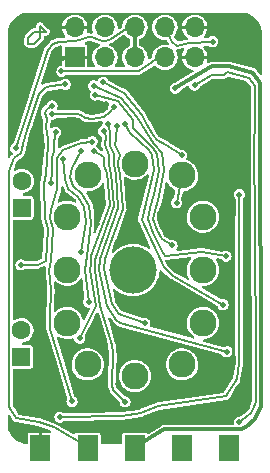
<source format=gbr>
%TF.GenerationSoftware,KiCad,Pcbnew,6.0.11-2627ca5db0~126~ubuntu20.04.1*%
%TF.CreationDate,2023-06-08T18:55:48-04:00*%
%TF.ProjectId,nixitest1,6e697869-7465-4737-9431-2e6b69636164,rev?*%
%TF.SameCoordinates,Original*%
%TF.FileFunction,Copper,L2,Bot*%
%TF.FilePolarity,Positive*%
%FSLAX46Y46*%
G04 Gerber Fmt 4.6, Leading zero omitted, Abs format (unit mm)*
G04 Created by KiCad (PCBNEW 6.0.11-2627ca5db0~126~ubuntu20.04.1) date 2023-06-08 18:55:48*
%MOMM*%
%LPD*%
G01*
G04 APERTURE LIST*
G04 Aperture macros list*
%AMRoundRect*
0 Rectangle with rounded corners*
0 $1 Rounding radius*
0 $2 $3 $4 $5 $6 $7 $8 $9 X,Y pos of 4 corners*
0 Add a 4 corners polygon primitive as box body*
4,1,4,$2,$3,$4,$5,$6,$7,$8,$9,$2,$3,0*
0 Add four circle primitives for the rounded corners*
1,1,$1+$1,$2,$3*
1,1,$1+$1,$4,$5*
1,1,$1+$1,$6,$7*
1,1,$1+$1,$8,$9*
0 Add four rect primitives between the rounded corners*
20,1,$1+$1,$2,$3,$4,$5,0*
20,1,$1+$1,$4,$5,$6,$7,0*
20,1,$1+$1,$6,$7,$8,$9,0*
20,1,$1+$1,$8,$9,$2,$3,0*%
G04 Aperture macros list end*
%TA.AperFunction,WasherPad*%
%ADD10C,4.000000*%
%TD*%
%TA.AperFunction,ComponentPad*%
%ADD11C,2.280000*%
%TD*%
%TA.AperFunction,ComponentPad*%
%ADD12R,1.750000X2.250000*%
%TD*%
%TA.AperFunction,ComponentPad*%
%ADD13RoundRect,0.160000X0.640000X-0.640000X0.640000X0.640000X-0.640000X0.640000X-0.640000X-0.640000X0*%
%TD*%
%TA.AperFunction,ComponentPad*%
%ADD14C,1.600000*%
%TD*%
%TA.AperFunction,ComponentPad*%
%ADD15R,1.700000X1.700000*%
%TD*%
%TA.AperFunction,ComponentPad*%
%ADD16O,1.700000X1.700000*%
%TD*%
%TA.AperFunction,ViaPad*%
%ADD17C,0.500000*%
%TD*%
%TA.AperFunction,Conductor*%
%ADD18C,0.200000*%
%TD*%
%TA.AperFunction,Conductor*%
%ADD19C,0.300000*%
%TD*%
G04 APERTURE END LIST*
D10*
%TO.P,U2,*%
%TO.N,*%
X89850000Y-80020000D03*
D11*
%TO.P,U2,1,A*%
%TO.N,ANODE*%
X86000000Y-72000000D03*
%TO.P,U2,2,K0*%
%TO.N,CATH0*%
X84250000Y-75500000D03*
%TO.P,U2,3,K9*%
%TO.N,CATH1*%
X84250000Y-80000000D03*
X84250000Y-80000000D03*
%TO.P,U2,4,K8*%
%TO.N,CATH2*%
X84250000Y-84500000D03*
%TO.P,U2,5,K7*%
%TO.N,CATH3*%
X86000000Y-88000000D03*
%TO.P,U2,6,K6*%
%TO.N,CATH4*%
X90000000Y-89000000D03*
%TO.P,U2,7,K5*%
%TO.N,CATH5*%
X94000000Y-88000000D03*
%TO.P,U2,8,K4*%
%TO.N,CATH6*%
X95750000Y-84500000D03*
%TO.P,U2,9,K3*%
%TO.N,CATH7*%
X95750000Y-80000000D03*
%TO.P,U2,10,K2*%
%TO.N,CATH8*%
X95750000Y-75500000D03*
%TO.P,U2,11,K1*%
%TO.N,CATH9*%
X94000000Y-72000000D03*
%TO.P,U2,12,Kd*%
%TO.N,CATHDOT*%
X90000000Y-71000000D03*
%TD*%
D12*
%TO.P,J6,1,Pin_1*%
%TO.N,UTX*%
X98000000Y-95125000D03*
%TD*%
%TO.P,J5,1,Pin_1*%
%TO.N,PGM*%
X94000000Y-95125000D03*
%TD*%
%TO.P,J3,1,Pin_1*%
%TO.N,+5V*%
X90000000Y-95125000D03*
%TD*%
D13*
%TO.P,NE1,1*%
%TO.N,Net-(NE1-Pad1)*%
X80390000Y-87370000D03*
D14*
%TO.P,NE1,2*%
%TO.N,Net-(NE1-Pad2)*%
X80390000Y-85120000D03*
%TD*%
D13*
%TO.P,NE2,1*%
%TO.N,Net-(NE1-Pad2)*%
X80430000Y-74735000D03*
D14*
%TO.P,NE2,2*%
%TO.N,CATHAUX*%
X80430000Y-72485000D03*
%TD*%
D12*
%TO.P,J4,1,Pin_1*%
%TO.N,URX*%
X86000000Y-95125000D03*
%TD*%
%TO.P,J2,1,Pin_1*%
%TO.N,GND*%
X82000000Y-95125000D03*
%TD*%
D15*
%TO.P,J1,1,Pin_1*%
%TO.N,GND*%
X84910000Y-62020000D03*
D16*
%TO.P,J1,2,Pin_2*%
X84910000Y-59480000D03*
%TO.P,J1,3,Pin_3*%
%TO.N,PGM*%
X87450000Y-62020000D03*
%TO.P,J1,4,Pin_4*%
%TO.N,URX*%
X87450000Y-59480000D03*
%TO.P,J1,5,Pin_5*%
%TO.N,+5V*%
X89990000Y-62020000D03*
%TO.P,J1,6,Pin_6*%
X89990000Y-59480000D03*
%TO.P,J1,7,Pin_7*%
%TO.N,UTX*%
X92530000Y-62020000D03*
%TO.P,J1,8,Pin_8*%
%TO.N,PGM*%
X92530000Y-59480000D03*
%TO.P,J1,9,Pin_9*%
%TO.N,GND*%
X95070000Y-62020000D03*
%TO.P,J1,10,Pin_10*%
X95070000Y-59480000D03*
%TD*%
D17*
%TO.N,GND*%
X86970000Y-68830000D03*
X87540000Y-65980000D03*
X86550000Y-60980000D03*
X88575000Y-82300000D03*
X88720000Y-62380000D03*
X97270000Y-88300000D03*
X84975000Y-89425000D03*
X82570000Y-63610000D03*
X81000000Y-78375000D03*
X92030000Y-68440000D03*
X88420000Y-93150000D03*
X90113482Y-76523482D03*
X89040000Y-60480000D03*
X99410000Y-78010000D03*
X86300000Y-85100000D03*
X80840000Y-58550000D03*
X97510000Y-66580000D03*
X83830000Y-65700000D03*
X84070000Y-82770000D03*
X94625000Y-90125000D03*
X83930000Y-81600000D03*
X87650000Y-90410000D03*
X89680000Y-63940000D03*
X88770000Y-77570000D03*
X94650000Y-73740000D03*
X98440000Y-90780000D03*
X88650000Y-89900000D03*
X92210000Y-64930000D03*
X82375000Y-85525000D03*
X79920000Y-89230000D03*
X99610000Y-75170000D03*
X84240000Y-86150000D03*
X86750000Y-76120000D03*
X84730000Y-93340000D03*
X97300000Y-80875000D03*
X92200000Y-86730000D03*
X92960000Y-81330000D03*
X97500000Y-64500000D03*
X82125000Y-80250000D03*
X79610000Y-59700000D03*
X99510000Y-86480000D03*
X92160000Y-75200000D03*
X88700000Y-58780000D03*
X99490000Y-62320000D03*
X99420000Y-82030000D03*
X97930000Y-71140000D03*
X92770000Y-63490000D03*
X85090000Y-63800000D03*
X91420000Y-66640000D03*
X96920000Y-86040000D03*
X93990000Y-65130000D03*
X93800000Y-60200000D03*
X83390000Y-59990000D03*
X85950000Y-66550000D03*
X82660000Y-65380000D03*
X84800000Y-67700000D03*
X99470000Y-79830000D03*
X86600000Y-73600000D03*
X91280000Y-58830000D03*
X100440000Y-59970000D03*
X89050000Y-85630000D03*
X91270000Y-60970000D03*
X97210000Y-74600000D03*
X83775000Y-68950000D03*
X80525000Y-94350000D03*
X80125000Y-71125000D03*
X93900000Y-69180000D03*
X83500000Y-90225000D03*
X81510000Y-69290000D03*
X84100000Y-73825000D03*
X93180000Y-79440000D03*
X81500000Y-61810000D03*
X86160000Y-58560000D03*
X93800000Y-61600000D03*
X79550000Y-93150000D03*
X93000000Y-92000000D03*
X79520000Y-68070000D03*
X90625000Y-91375000D03*
X91500000Y-92625000D03*
X99480000Y-83830000D03*
X99110000Y-58530000D03*
X81500000Y-71500000D03*
X82160000Y-90150000D03*
%TO.N,HVCTL*%
X88225000Y-66225000D03*
X83020000Y-66810000D03*
%TO.N,DIG_0*%
X83925000Y-70650000D03*
X85450000Y-78510000D03*
%TO.N,DIG_1*%
X86075000Y-82725000D03*
X85425000Y-69975000D03*
%TO.N,DIG_6*%
X88470000Y-67850000D03*
X90830000Y-84510000D03*
%TO.N,DIG_7*%
X97450000Y-82950000D03*
X89200000Y-67675000D03*
%TO.N,DIG_2*%
X85320000Y-85800000D03*
X86500000Y-69960000D03*
%TO.N,DIG_3*%
X86375000Y-69150000D03*
X84680000Y-91150000D03*
%TO.N,DIG_8*%
X86650000Y-65200000D03*
X97710714Y-78839286D03*
%TO.N,DIG_9*%
X86500000Y-64425000D03*
X93140000Y-77940000D03*
%TO.N,CATH9*%
X93540000Y-74320000D03*
%TO.N,DIG_4*%
X89164031Y-91185969D03*
X87350000Y-68250000D03*
%TO.N,DIG_5*%
X97780000Y-86930000D03*
X87725000Y-67675000D03*
%TO.N,DIG_DOT*%
X83275000Y-68350000D03*
X82879536Y-72630464D03*
%TO.N,DIG_AUX*%
X80350000Y-79580000D03*
X82980000Y-66130000D03*
%TO.N,HVVMON*%
X87310000Y-64140000D03*
X93960000Y-70310000D03*
%TO.N,HV*%
X98839279Y-73630721D03*
X83650000Y-92470000D03*
%TO.N,+5V*%
X79920000Y-69700000D03*
X93413483Y-64623483D03*
%TO.N,PGM*%
X96585694Y-60675694D03*
%TO.N,URX*%
X84090000Y-64300000D03*
%TO.N,UTX*%
X83770000Y-63190000D03*
X95050000Y-64350000D03*
X98840000Y-92900000D03*
%TD*%
D18*
%TO.N,PGM*%
X94620000Y-60800000D02*
X93590000Y-61010000D01*
X96585694Y-60675694D02*
X94620000Y-60800000D01*
X93590000Y-61010000D02*
X93160000Y-60690000D01*
X93160000Y-60690000D02*
X92530000Y-59480000D01*
%TO.N,GND*%
X86625000Y-68375000D02*
X86970000Y-68830000D01*
X86125000Y-67875000D02*
X86625000Y-68375000D01*
X84800000Y-67700000D02*
X86125000Y-67875000D01*
%TO.N,+5V*%
X85590000Y-60490000D02*
X84900000Y-60640000D01*
X84900000Y-60640000D02*
X83560000Y-60690000D01*
X86390000Y-60330000D02*
X86010000Y-60270000D01*
X87260000Y-60590000D02*
X86940000Y-60520000D01*
X87540000Y-60590000D02*
X87260000Y-60590000D01*
X86940000Y-60520000D02*
X86390000Y-60330000D01*
X86010000Y-60270000D02*
X85590000Y-60490000D01*
X90005000Y-59110000D02*
X87940000Y-60500000D01*
X87940000Y-60500000D02*
X87540000Y-60590000D01*
X82620000Y-61400000D02*
X79920000Y-69700000D01*
X83560000Y-60690000D02*
X83090000Y-60840000D01*
X83090000Y-60840000D02*
X82620000Y-61400000D01*
%TO.N,URX*%
X80840000Y-68140000D02*
X81070000Y-67630000D01*
X79330000Y-87790000D02*
X79330000Y-71640000D01*
X80510000Y-69340000D02*
X80840000Y-68140000D01*
X81070000Y-67630000D02*
X81870000Y-65130000D01*
X80470000Y-69740000D02*
X80510000Y-69340000D01*
X79740000Y-70570000D02*
X80340000Y-70120000D01*
X79330000Y-71640000D02*
X79740000Y-70570000D01*
X80340000Y-70120000D02*
X80470000Y-69740000D01*
X79520000Y-91860000D02*
X79360000Y-91610000D01*
X79930000Y-92570000D02*
X79520000Y-91860000D01*
X79360000Y-91610000D02*
X79330000Y-87790000D01*
X83150000Y-93340000D02*
X81900000Y-92880000D01*
X81900000Y-92880000D02*
X79930000Y-92570000D01*
X86000000Y-95000000D02*
X83150000Y-93340000D01*
X81870000Y-65130000D02*
X82440000Y-64530000D01*
X82440000Y-64530000D02*
X84090000Y-64300000D01*
%TO.N,GND*%
X89680000Y-63940000D02*
X87330000Y-63600000D01*
X87330000Y-63600000D02*
X85090000Y-63800000D01*
%TO.N,HV*%
X98610000Y-89270000D02*
X97730000Y-90710000D01*
X98839279Y-73630721D02*
X98820000Y-79000000D01*
X98820000Y-79000000D02*
X98790000Y-86700000D01*
X98790000Y-86700000D02*
X98850000Y-87860000D01*
X97730000Y-90710000D02*
X91990000Y-91540000D01*
X98850000Y-87860000D02*
X98610000Y-89270000D01*
X91990000Y-91540000D02*
X90480000Y-92140000D01*
X90480000Y-92140000D02*
X88890000Y-92370000D01*
X88890000Y-92370000D02*
X83650000Y-92470000D01*
D19*
%TO.N,+5V*%
X97970000Y-62780000D02*
X100020000Y-63310000D01*
X100140000Y-92630000D02*
X99430000Y-93270000D01*
X93413483Y-64623483D02*
X96500000Y-62770000D01*
X100660000Y-91560000D02*
X100140000Y-92630000D01*
X92500000Y-93500000D02*
X90000000Y-95000000D01*
X96500000Y-62770000D02*
X97970000Y-62780000D01*
X99000000Y-93500000D02*
X92500000Y-93500000D01*
X100020000Y-63310000D02*
X100600803Y-64220803D01*
X100600803Y-64220803D02*
X100660000Y-91560000D01*
X99430000Y-93270000D02*
X99000000Y-93500000D01*
D18*
%TO.N,UTX*%
X100180000Y-73110000D02*
X100240000Y-91180000D01*
X100110000Y-72530000D02*
X100180000Y-73110000D01*
X99660000Y-63770000D02*
X100130000Y-64480000D01*
X99380000Y-92440000D02*
X98840000Y-92900000D01*
X97820000Y-63290000D02*
X99660000Y-63770000D01*
X97500000Y-63500000D02*
X97820000Y-63290000D01*
X96500000Y-63500000D02*
X97500000Y-63500000D01*
X95050000Y-64350000D02*
X96500000Y-63500000D01*
X100010000Y-91810000D02*
X99810000Y-92100000D01*
X100240000Y-91180000D02*
X100010000Y-91810000D01*
X100130000Y-64480000D02*
X100110000Y-72530000D01*
X99810000Y-92100000D02*
X99380000Y-92440000D01*
%TO.N,*%
X80970000Y-60360000D02*
X81470000Y-59860000D01*
X82470000Y-59860000D02*
X81970000Y-59360000D01*
X81970000Y-59360000D02*
X81970000Y-60360000D01*
X81470000Y-60860000D02*
X80970000Y-60860000D01*
X80970000Y-60860000D02*
X80970000Y-60360000D01*
X81470000Y-59860000D02*
X82470000Y-59860000D01*
X81970000Y-60360000D02*
X81470000Y-60860000D01*
%TO.N,GND*%
X97310000Y-58340000D02*
X99110000Y-58530000D01*
X91280000Y-58830000D02*
X91305749Y-58325749D01*
X83575000Y-63725000D02*
X83225000Y-63350000D01*
X80125000Y-71125000D02*
X81500000Y-71500000D01*
X86750000Y-76120000D02*
X86600000Y-73600000D01*
X85090000Y-63800000D02*
X83575000Y-63725000D01*
X83775000Y-68950000D02*
X84800000Y-67700000D01*
X91305749Y-58325749D02*
X97310000Y-58340000D01*
X88351263Y-58318737D02*
X88700000Y-58780000D01*
X84670000Y-58310000D02*
X88351263Y-58318737D01*
X83375000Y-62525000D02*
X84925000Y-61650000D01*
X85950000Y-66550000D02*
X85090000Y-63800000D01*
X80840000Y-58550000D02*
X84670000Y-58310000D01*
X83225000Y-63350000D02*
X83375000Y-62525000D01*
X88351263Y-58318737D02*
X91305749Y-58325749D01*
%TO.N,HVCTL*%
X87400000Y-67025000D02*
X87925000Y-66650000D01*
X86325000Y-67200000D02*
X87400000Y-67025000D01*
X83020000Y-66810000D02*
X85125000Y-66775000D01*
X85400000Y-66900000D02*
X85750000Y-67125000D01*
X85125000Y-66775000D02*
X85400000Y-66900000D01*
X87925000Y-66650000D02*
X88225000Y-66225000D01*
X85750000Y-67125000D02*
X86325000Y-67200000D01*
%TO.N,DIG_0*%
X85200000Y-73800000D02*
X84370000Y-73200000D01*
X85730000Y-74690000D02*
X85200000Y-73800000D01*
X84050000Y-72310000D02*
X83925000Y-70650000D01*
X85870000Y-75990000D02*
X85730000Y-74690000D01*
X85450000Y-78510000D02*
X85870000Y-75990000D01*
X84370000Y-73200000D02*
X84050000Y-72310000D01*
%TO.N,DIG_1*%
X86140000Y-74570000D02*
X86250000Y-76020000D01*
X85810000Y-79980000D02*
X86075000Y-82725000D01*
X85425000Y-69975000D02*
X84670000Y-71340000D01*
X84470000Y-72170000D02*
X84740000Y-72930000D01*
X85530000Y-73550000D02*
X86140000Y-74570000D01*
X84670000Y-71340000D02*
X84470000Y-72170000D01*
X85990000Y-78180000D02*
X85940000Y-78830000D01*
X84740000Y-72930000D02*
X85530000Y-73550000D01*
X85940000Y-78830000D02*
X85810000Y-79980000D01*
X86250000Y-76020000D02*
X85990000Y-78180000D01*
%TO.N,DIG_6*%
X87460000Y-79070000D02*
X87380000Y-79940000D01*
X88380000Y-68900000D02*
X88350000Y-69420000D01*
X88040000Y-82860000D02*
X88670000Y-83750000D01*
X88700000Y-70280000D02*
X88600000Y-70840000D01*
X88470000Y-67850000D02*
X88380000Y-68900000D01*
X88750000Y-71870000D02*
X88970000Y-74880000D01*
X88350000Y-69420000D02*
X88700000Y-70280000D01*
X87380000Y-79940000D02*
X88040000Y-82860000D01*
X88970000Y-74880000D02*
X88050000Y-77390000D01*
X88680000Y-71530000D02*
X88750000Y-71870000D01*
X88670000Y-83750000D02*
X90830000Y-84510000D01*
X88590000Y-71120000D02*
X88680000Y-71530000D01*
X88050000Y-77390000D02*
X87460000Y-79070000D01*
X88600000Y-70840000D02*
X88590000Y-71120000D01*
%TO.N,DIG_7*%
X97450000Y-82950000D02*
X93225000Y-80500000D01*
X91420000Y-70280000D02*
X91150000Y-69870000D01*
X93225000Y-80500000D02*
X92425000Y-79800000D01*
X92425000Y-79800000D02*
X90590000Y-75760000D01*
X91150000Y-69870000D02*
X89610000Y-68400000D01*
X91640000Y-71540000D02*
X91420000Y-70280000D01*
X90590000Y-75760000D02*
X91640000Y-71540000D01*
X89610000Y-68400000D02*
X89200000Y-67675000D01*
%TO.N,DIG_2*%
X86675000Y-83075000D02*
X86200000Y-80025000D01*
X87420000Y-71170000D02*
X87380000Y-70460000D01*
X85320000Y-85800000D02*
X86675000Y-83075000D01*
X87380000Y-70460000D02*
X86500000Y-69960000D01*
X87610000Y-71810000D02*
X87420000Y-71170000D01*
X86275000Y-79475000D02*
X86300000Y-78870000D01*
X87850000Y-74540000D02*
X87610000Y-71810000D01*
X86300000Y-78870000D02*
X87850000Y-74540000D01*
X86200000Y-80025000D02*
X86275000Y-79475000D01*
%TO.N,DIG_3*%
X82870000Y-79220000D02*
X82750000Y-79980000D01*
X82890000Y-74930000D02*
X82770000Y-75590000D01*
X82875000Y-81675000D02*
X82775000Y-83900000D01*
X82825000Y-85000000D02*
X84680000Y-91150000D01*
X83420000Y-73200000D02*
X82890000Y-74930000D01*
X83430000Y-71180000D02*
X83420000Y-73200000D01*
X82775000Y-83900000D02*
X82825000Y-85000000D01*
X83380000Y-70500000D02*
X83430000Y-71180000D01*
X83950000Y-69850000D02*
X83380000Y-70500000D01*
X82750000Y-79980000D02*
X82875000Y-81675000D01*
X85475000Y-69275000D02*
X83950000Y-69850000D01*
X86375000Y-69150000D02*
X85475000Y-69275000D01*
X82770000Y-75590000D02*
X83050000Y-76510000D01*
X83050000Y-76510000D02*
X82870000Y-79220000D01*
%TO.N,DIG_8*%
X91520000Y-76890000D02*
X91130000Y-75690000D01*
X88600000Y-65750000D02*
X86650000Y-65200000D01*
X91500000Y-69690000D02*
X90930000Y-69090000D01*
X92250000Y-78375000D02*
X91520000Y-76890000D01*
X91130000Y-75690000D02*
X91300000Y-74740000D01*
X91630000Y-73610000D02*
X92040000Y-71630000D01*
X89825000Y-67350000D02*
X88600000Y-65750000D01*
X90930000Y-69090000D02*
X89825000Y-67975000D01*
X89825000Y-67975000D02*
X89825000Y-67350000D01*
X97710714Y-78839286D02*
X95675000Y-78475000D01*
X91840000Y-70210000D02*
X91500000Y-69690000D01*
X91300000Y-74740000D02*
X91630000Y-73610000D01*
X92550000Y-78825000D02*
X92250000Y-78375000D01*
X95675000Y-78475000D02*
X92550000Y-78825000D01*
X92040000Y-71630000D02*
X91840000Y-70210000D01*
%TO.N,DIG_9*%
X92450000Y-71540000D02*
X92320000Y-70070000D01*
X92260000Y-77390000D02*
X91870000Y-76640000D01*
X91520000Y-75670000D02*
X91660000Y-74990000D01*
X90200000Y-67075000D02*
X88825000Y-65425000D01*
X92320000Y-70070000D02*
X91630000Y-69310000D01*
X90600000Y-67760000D02*
X90200000Y-67075000D01*
X91960000Y-74120000D02*
X92210000Y-72920000D01*
X91870000Y-76640000D02*
X91520000Y-75670000D01*
X91250000Y-68870000D02*
X90600000Y-67760000D01*
X91630000Y-69310000D02*
X91250000Y-68870000D01*
X91660000Y-74990000D02*
X91960000Y-74120000D01*
X93140000Y-77940000D02*
X92260000Y-77390000D01*
X92210000Y-72920000D02*
X92450000Y-71540000D01*
X88825000Y-65425000D02*
X86500000Y-64425000D01*
%TO.N,CATH9*%
X93540000Y-74320000D02*
X94000000Y-72000000D01*
%TO.N,DIG_4*%
X86600000Y-80025000D02*
X86650000Y-79200000D01*
X88220000Y-74600000D02*
X87990000Y-71900000D01*
X87990000Y-71900000D02*
X87840000Y-71140000D01*
X87075000Y-83025000D02*
X86600000Y-80025000D01*
X88025000Y-89750000D02*
X88120000Y-87050000D01*
X87525000Y-68675000D02*
X87350000Y-68250000D01*
X86740000Y-78900000D02*
X88220000Y-74600000D01*
X87840000Y-71140000D02*
X87830000Y-70300000D01*
X87830000Y-70300000D02*
X87450000Y-69400000D01*
X88120000Y-87050000D02*
X88050000Y-86400000D01*
X87450000Y-69400000D02*
X87525000Y-68675000D01*
X89164031Y-91185969D02*
X88175000Y-90200000D01*
X88050000Y-86400000D02*
X87075000Y-83025000D01*
X86650000Y-79200000D02*
X86740000Y-78900000D01*
X88175000Y-90200000D02*
X88025000Y-89750000D01*
%TO.N,DIG_5*%
X88220000Y-70180000D02*
X87875000Y-69500000D01*
X87875000Y-69500000D02*
X87900000Y-68850000D01*
X88380000Y-71860000D02*
X88210000Y-71140000D01*
X87900000Y-68850000D02*
X87925000Y-68300000D01*
X86975000Y-80000000D02*
X87050000Y-79125000D01*
X88600000Y-74730000D02*
X88380000Y-71860000D01*
X87925000Y-68300000D02*
X87725000Y-67675000D01*
X88425000Y-84225000D02*
X87625000Y-83075000D01*
X88775000Y-84500000D02*
X88425000Y-84225000D01*
X88210000Y-71140000D02*
X88220000Y-70180000D01*
X87625000Y-83075000D02*
X86975000Y-80000000D01*
X97780000Y-86930000D02*
X88775000Y-84500000D01*
X87050000Y-79125000D02*
X88600000Y-74730000D01*
%TO.N,DIG_DOT*%
X82879536Y-72630464D02*
X82980000Y-71640000D01*
X83140000Y-69950000D02*
X83175000Y-69150000D01*
X83175000Y-69150000D02*
X83275000Y-68350000D01*
X82990000Y-70520000D02*
X83140000Y-69950000D01*
X82980000Y-71640000D02*
X82990000Y-70520000D01*
%TO.N,DIG_AUX*%
X82390000Y-75640000D02*
X82670000Y-76550000D01*
X82675000Y-69450000D02*
X82640000Y-68960000D01*
X82640000Y-68960000D02*
X82510000Y-67870000D01*
X82550000Y-67270000D02*
X82360000Y-66700000D01*
X82550000Y-66360000D02*
X82360000Y-66700000D01*
X82675000Y-69450000D02*
X82450000Y-71890000D01*
X82430000Y-79280000D02*
X81760000Y-79600000D01*
X82450000Y-71890000D02*
X82300000Y-72770000D01*
X82980000Y-66130000D02*
X82550000Y-66360000D01*
X82510000Y-67870000D02*
X82550000Y-67270000D01*
X81760000Y-79600000D02*
X80350000Y-79580000D01*
X82300000Y-72770000D02*
X82390000Y-75640000D01*
X82670000Y-76550000D02*
X82430000Y-79280000D01*
%TO.N,HVVMON*%
X89050000Y-65000000D02*
X87310000Y-64140000D01*
X93960000Y-70310000D02*
X92620000Y-69400000D01*
X91500000Y-68590000D02*
X90950000Y-67580000D01*
X90600000Y-66900000D02*
X89050000Y-65000000D01*
X91830000Y-68990000D02*
X91500000Y-68590000D01*
X90950000Y-67580000D02*
X90600000Y-66900000D01*
X92620000Y-69400000D02*
X91830000Y-68990000D01*
D19*
%TO.N,+5V*%
X89990000Y-62020000D02*
X89990000Y-59480000D01*
D18*
%TO.N,UTX*%
X83770000Y-63190000D02*
X90310000Y-63180000D01*
X90310000Y-63180000D02*
X92545000Y-61650000D01*
%TD*%
%TA.AperFunction,Conductor*%
%TO.N,GND*%
G36*
X79417683Y-92324912D02*
G01*
X79423892Y-92334473D01*
X79597669Y-92635402D01*
X79625074Y-92682860D01*
X79625782Y-92684344D01*
X79626288Y-92686932D01*
X79629817Y-92692792D01*
X79629819Y-92692796D01*
X79653415Y-92731976D01*
X79654433Y-92733702D01*
X79666474Y-92754554D01*
X79668108Y-92756501D01*
X79669140Y-92758089D01*
X79679676Y-92775584D01*
X79679678Y-92775586D01*
X79684598Y-92783756D01*
X79692016Y-92789751D01*
X79692018Y-92789753D01*
X79696236Y-92793162D01*
X79711212Y-92807863D01*
X79714696Y-92812014D01*
X79714698Y-92812016D01*
X79720830Y-92819322D01*
X79740683Y-92830782D01*
X79754685Y-92840395D01*
X79772507Y-92854797D01*
X79781529Y-92857893D01*
X79781528Y-92857893D01*
X79786650Y-92859651D01*
X79805759Y-92868347D01*
X79818717Y-92875827D01*
X79828108Y-92877482D01*
X79848213Y-92881025D01*
X79850077Y-92881420D01*
X79852482Y-92882246D01*
X79857175Y-92882985D01*
X79857181Y-92882986D01*
X79871880Y-92885299D01*
X79876312Y-92885996D01*
X79878205Y-92886311D01*
X79930028Y-92895444D01*
X79932620Y-92894987D01*
X79934259Y-92895115D01*
X81808354Y-93190023D01*
X81829054Y-93195405D01*
X82813977Y-93557856D01*
X82843463Y-93568707D01*
X82896400Y-93610369D01*
X82914738Y-93675191D01*
X82891473Y-93738412D01*
X82835491Y-93775884D01*
X82805819Y-93780000D01*
X82127262Y-93780000D01*
X82113297Y-93784538D01*
X82110000Y-93789076D01*
X82110000Y-95126000D01*
X82089183Y-95190069D01*
X82034683Y-95229665D01*
X82001000Y-95235000D01*
X81999000Y-95235000D01*
X81934931Y-95214183D01*
X81895335Y-95159683D01*
X81890000Y-95126000D01*
X81890000Y-93797263D01*
X81885462Y-93783298D01*
X81880924Y-93780001D01*
X81108686Y-93780001D01*
X81098085Y-93781045D01*
X81049690Y-93790671D01*
X81030233Y-93798730D01*
X80975318Y-93835423D01*
X80960423Y-93850318D01*
X80923729Y-93905234D01*
X80915671Y-93924687D01*
X80906043Y-93973088D01*
X80905000Y-93983684D01*
X80905000Y-94655631D01*
X80884183Y-94719700D01*
X80829683Y-94759296D01*
X80788224Y-94764353D01*
X80754528Y-94761943D01*
X80739135Y-94759730D01*
X80506274Y-94709075D01*
X80491351Y-94704693D01*
X80268075Y-94621415D01*
X80253929Y-94614955D01*
X80044772Y-94500747D01*
X80031689Y-94492339D01*
X79840920Y-94349531D01*
X79829166Y-94339347D01*
X79660653Y-94170834D01*
X79650469Y-94159080D01*
X79507661Y-93968311D01*
X79499253Y-93955228D01*
X79385045Y-93746071D01*
X79378585Y-93731925D01*
X79295307Y-93508649D01*
X79290925Y-93493726D01*
X79240270Y-93260865D01*
X79238057Y-93245472D01*
X79222690Y-93030615D01*
X79223275Y-93021261D01*
X79222726Y-93021261D01*
X79222726Y-93010529D01*
X79224820Y-93000000D01*
X79222594Y-92988807D01*
X79220500Y-92967545D01*
X79220500Y-92388981D01*
X79241317Y-92324912D01*
X79295817Y-92285316D01*
X79363183Y-92285316D01*
X79417683Y-92324912D01*
G37*
%TD.AperFunction*%
%TA.AperFunction,Conductor*%
G36*
X94867176Y-58241317D02*
G01*
X94906772Y-58295817D01*
X94906772Y-58363183D01*
X94867176Y-58417683D01*
X94833882Y-58434065D01*
X94672348Y-58481607D01*
X94662506Y-58485584D01*
X94486000Y-58577859D01*
X94477118Y-58583671D01*
X94321886Y-58708480D01*
X94314317Y-58715892D01*
X94186282Y-58868478D01*
X94180290Y-58877229D01*
X94084335Y-59051772D01*
X94080155Y-59061523D01*
X94019928Y-59251382D01*
X94017724Y-59261751D01*
X94007506Y-59352843D01*
X94010460Y-59367229D01*
X94012335Y-59368942D01*
X94017230Y-59370000D01*
X96117129Y-59370000D01*
X96131094Y-59365462D01*
X96132826Y-59363078D01*
X96133292Y-59358792D01*
X96125220Y-59276469D01*
X96123159Y-59266060D01*
X96065593Y-59075390D01*
X96061545Y-59065568D01*
X95968044Y-58889720D01*
X95962165Y-58880871D01*
X95836283Y-58726524D01*
X95828807Y-58718997D01*
X95675336Y-58592034D01*
X95666546Y-58586105D01*
X95491333Y-58491367D01*
X95481557Y-58487258D01*
X95308297Y-58433625D01*
X95253249Y-58394794D01*
X95231540Y-58331022D01*
X95251460Y-58266669D01*
X95305402Y-58226315D01*
X95340529Y-58220500D01*
X98967545Y-58220500D01*
X98988807Y-58222594D01*
X99000000Y-58224820D01*
X99010529Y-58222726D01*
X99021261Y-58222726D01*
X99021261Y-58223275D01*
X99030615Y-58222690D01*
X99038794Y-58223275D01*
X99245472Y-58238057D01*
X99260865Y-58240270D01*
X99493726Y-58290925D01*
X99508649Y-58295307D01*
X99731925Y-58378585D01*
X99746071Y-58385045D01*
X99955228Y-58499253D01*
X99968311Y-58507661D01*
X100159080Y-58650469D01*
X100170834Y-58660653D01*
X100339347Y-58829166D01*
X100349531Y-58840920D01*
X100492339Y-59031689D01*
X100500747Y-59044772D01*
X100614955Y-59253929D01*
X100621415Y-59268075D01*
X100696837Y-59470287D01*
X100704693Y-59491351D01*
X100709075Y-59506273D01*
X100715142Y-59534165D01*
X100759730Y-59739135D01*
X100761943Y-59754528D01*
X100770630Y-59875984D01*
X100777172Y-59967449D01*
X100777310Y-59969385D01*
X100776725Y-59978739D01*
X100777274Y-59978739D01*
X100777274Y-59989471D01*
X100775180Y-60000000D01*
X100777274Y-60010526D01*
X100777406Y-60011190D01*
X100779500Y-60032455D01*
X100779500Y-63438284D01*
X100758683Y-63502353D01*
X100704183Y-63541949D01*
X100636817Y-63541949D01*
X100578596Y-63496890D01*
X100578003Y-63495959D01*
X100364490Y-63161133D01*
X100359712Y-63151091D01*
X100359295Y-63151311D01*
X100355093Y-63143342D01*
X100352255Y-63134789D01*
X100326727Y-63101223D01*
X100321588Y-63093855D01*
X100315842Y-63084844D01*
X100308677Y-63076880D01*
X100302963Y-63069976D01*
X100283041Y-63043781D01*
X100277589Y-63036612D01*
X100270108Y-63031595D01*
X100265368Y-63027129D01*
X100260243Y-63023041D01*
X100254215Y-63016341D01*
X100217601Y-62995941D01*
X100209962Y-62991262D01*
X100180847Y-62971737D01*
X100180846Y-62971737D01*
X100175146Y-62967914D01*
X100170009Y-62966101D01*
X100168171Y-62965626D01*
X100162936Y-62963398D01*
X100162819Y-62963726D01*
X100154338Y-62960693D01*
X100146466Y-62956307D01*
X100137600Y-62954708D01*
X100137598Y-62954707D01*
X100103026Y-62948471D01*
X100095093Y-62946732D01*
X98084276Y-62426862D01*
X98074745Y-62423927D01*
X98043552Y-62412734D01*
X98043550Y-62412733D01*
X98037097Y-62410418D01*
X98031673Y-62409911D01*
X98019938Y-62409831D01*
X97992331Y-62409643D01*
X97983490Y-62409224D01*
X97950128Y-62406279D01*
X97950127Y-62406279D01*
X97941154Y-62405487D01*
X97932407Y-62407644D01*
X97923426Y-62408336D01*
X97923386Y-62407817D01*
X97912507Y-62409100D01*
X97302662Y-62404952D01*
X96531531Y-62399706D01*
X96518506Y-62398835D01*
X96485678Y-62394650D01*
X96435820Y-62404916D01*
X96431017Y-62405793D01*
X96389646Y-62412391D01*
X96389645Y-62412391D01*
X96380749Y-62413810D01*
X96374383Y-62417189D01*
X96371589Y-62418142D01*
X96364868Y-62419526D01*
X96359973Y-62421917D01*
X96320524Y-62445607D01*
X96315514Y-62448438D01*
X96298409Y-62457518D01*
X96271802Y-62471641D01*
X96266243Y-62477573D01*
X96258278Y-62482986D01*
X96242631Y-62492382D01*
X96176989Y-62507520D01*
X96114985Y-62481183D01*
X96080303Y-62423431D01*
X96083087Y-62364532D01*
X96116777Y-62263256D01*
X96119126Y-62252914D01*
X96132490Y-62147128D01*
X96129738Y-62132702D01*
X96128186Y-62131244D01*
X96122619Y-62130000D01*
X94022688Y-62130000D01*
X94008723Y-62134538D01*
X94006752Y-62137250D01*
X94006336Y-62140843D01*
X94012042Y-62208785D01*
X94013954Y-62219207D01*
X94068856Y-62410673D01*
X94072765Y-62420544D01*
X94163806Y-62597692D01*
X94169551Y-62606607D01*
X94293271Y-62762704D01*
X94300641Y-62770336D01*
X94452327Y-62899430D01*
X94461028Y-62905478D01*
X94634903Y-63002653D01*
X94644625Y-63006900D01*
X94834053Y-63068449D01*
X94844415Y-63070727D01*
X94891194Y-63076305D01*
X94952348Y-63104561D01*
X94985213Y-63163366D01*
X94977237Y-63230258D01*
X94934404Y-63277984D01*
X93502953Y-64137584D01*
X93446173Y-64153136D01*
X93356739Y-64152590D01*
X93356736Y-64152590D01*
X93348972Y-64152543D01*
X93341505Y-64154677D01*
X93226853Y-64187444D01*
X93226850Y-64187445D01*
X93219388Y-64189578D01*
X93212821Y-64193722D01*
X93212820Y-64193722D01*
X93135346Y-64242605D01*
X93105407Y-64261495D01*
X93016192Y-64362512D01*
X93012891Y-64369543D01*
X92974408Y-64451510D01*
X92958915Y-64484508D01*
X92938180Y-64617676D01*
X92955655Y-64751311D01*
X93009934Y-64874670D01*
X93096655Y-64977836D01*
X93103118Y-64982138D01*
X93202386Y-65048217D01*
X93202389Y-65048218D01*
X93208845Y-65052516D01*
X93216247Y-65054829D01*
X93216250Y-65054830D01*
X93330075Y-65090391D01*
X93337485Y-65092706D01*
X93404860Y-65093941D01*
X93464473Y-65095034D01*
X93464475Y-65095034D01*
X93472235Y-65095176D01*
X93489786Y-65090391D01*
X93594769Y-65061770D01*
X93594770Y-65061769D01*
X93602262Y-65059727D01*
X93717114Y-64989208D01*
X93807556Y-64889289D01*
X93818082Y-64867565D01*
X93841426Y-64819382D01*
X93883404Y-64773462D01*
X93886350Y-64771693D01*
X94440872Y-64438697D01*
X94506514Y-64423560D01*
X94568518Y-64449898D01*
X94596755Y-64488244D01*
X94646451Y-64601187D01*
X94733172Y-64704353D01*
X94739635Y-64708655D01*
X94838903Y-64774734D01*
X94838906Y-64774735D01*
X94845362Y-64779033D01*
X94852764Y-64781346D01*
X94852767Y-64781347D01*
X94955402Y-64813412D01*
X94974002Y-64819223D01*
X95041377Y-64820458D01*
X95100990Y-64821551D01*
X95100992Y-64821551D01*
X95108752Y-64821693D01*
X95185692Y-64800717D01*
X95231286Y-64788287D01*
X95231287Y-64788286D01*
X95238779Y-64786244D01*
X95265804Y-64769651D01*
X95347012Y-64719789D01*
X95353631Y-64715725D01*
X95444073Y-64615806D01*
X95451156Y-64601187D01*
X95499449Y-64501510D01*
X95499450Y-64501507D01*
X95502836Y-64494518D01*
X95504009Y-64487548D01*
X95543135Y-64433103D01*
X95552538Y-64426918D01*
X96561485Y-63835466D01*
X96616608Y-63820500D01*
X97446685Y-63820500D01*
X97454395Y-63820953D01*
X97461889Y-63823205D01*
X97506051Y-63820678D01*
X97512277Y-63820500D01*
X97528038Y-63820500D01*
X97532726Y-63819674D01*
X97536720Y-63819324D01*
X97543493Y-63818536D01*
X97553347Y-63817972D01*
X97565212Y-63817293D01*
X97565214Y-63817293D01*
X97574730Y-63816748D01*
X97583488Y-63812981D01*
X97589230Y-63811626D01*
X97596360Y-63809496D01*
X97601918Y-63807473D01*
X97611308Y-63805817D01*
X97638392Y-63790181D01*
X97644533Y-63787100D01*
X97648037Y-63785215D01*
X97652403Y-63783337D01*
X97665594Y-63774681D01*
X97670876Y-63771426D01*
X97709191Y-63749305D01*
X97714222Y-63743310D01*
X97720417Y-63738703D01*
X97766442Y-63708499D01*
X97836362Y-63662614D01*
X97901348Y-63644866D01*
X97923678Y-63648273D01*
X99420086Y-64038640D01*
X99476824Y-64074954D01*
X99483461Y-64083942D01*
X99791069Y-64548627D01*
X99809179Y-64609065D01*
X99789528Y-72518054D01*
X99789367Y-72523711D01*
X99788449Y-72540566D01*
X99789020Y-72545293D01*
X99789138Y-72548894D01*
X99789443Y-72552481D01*
X99789431Y-72557242D01*
X99790247Y-72561938D01*
X99792319Y-72573863D01*
X99793142Y-72579453D01*
X99813988Y-72752172D01*
X99858801Y-73123481D01*
X99859585Y-73136179D01*
X99919247Y-91104378D01*
X99912638Y-91142120D01*
X99841317Y-91337479D01*
X99737557Y-91621693D01*
X99727722Y-91648632D01*
X99715063Y-91673132D01*
X99588575Y-91856540D01*
X99582764Y-91864966D01*
X99560640Y-91888584D01*
X99202287Y-92171933D01*
X99197861Y-92175253D01*
X99197604Y-92175436D01*
X99193510Y-92177840D01*
X99189898Y-92180917D01*
X99189895Y-92180919D01*
X99178127Y-92190944D01*
X99175051Y-92193469D01*
X99159221Y-92205985D01*
X99156059Y-92209539D01*
X99155850Y-92209736D01*
X99151730Y-92213431D01*
X98945649Y-92388981D01*
X98928561Y-92403537D01*
X98866290Y-92429236D01*
X98857218Y-92429559D01*
X98829539Y-92429390D01*
X98783256Y-92429107D01*
X98783253Y-92429107D01*
X98775489Y-92429060D01*
X98768022Y-92431194D01*
X98653370Y-92463961D01*
X98653367Y-92463962D01*
X98645905Y-92466095D01*
X98531924Y-92538012D01*
X98442709Y-92639029D01*
X98439408Y-92646060D01*
X98389765Y-92751797D01*
X98385432Y-92761025D01*
X98364697Y-92894193D01*
X98379366Y-93006368D01*
X98367032Y-93072593D01*
X98318126Y-93118922D01*
X98271286Y-93129500D01*
X92530731Y-93129500D01*
X92516907Y-93128620D01*
X92494753Y-93125787D01*
X92494751Y-93125787D01*
X92485818Y-93124645D01*
X92434261Y-93135241D01*
X92430237Y-93135989D01*
X92391228Y-93142482D01*
X92378329Y-93144629D01*
X92372231Y-93147919D01*
X92371717Y-93148094D01*
X92364999Y-93149475D01*
X92360104Y-93151864D01*
X92358074Y-93153082D01*
X92319225Y-93176392D01*
X92314904Y-93178852D01*
X92269778Y-93203200D01*
X92264959Y-93208414D01*
X92258579Y-93212779D01*
X91171669Y-93864925D01*
X91106020Y-93880037D01*
X91044027Y-93853676D01*
X91039769Y-93849704D01*
X91033972Y-93841028D01*
X90961035Y-93792293D01*
X90950505Y-93790199D01*
X90950504Y-93790198D01*
X90922047Y-93784538D01*
X90896719Y-93779500D01*
X90000084Y-93779500D01*
X89103282Y-93779501D01*
X89038965Y-93792293D01*
X88966028Y-93841028D01*
X88960062Y-93849957D01*
X88960061Y-93849958D01*
X88957577Y-93853676D01*
X88917293Y-93913965D01*
X88915199Y-93924494D01*
X88915198Y-93924496D01*
X88913847Y-93931290D01*
X88904500Y-93978281D01*
X88904500Y-94670500D01*
X88883683Y-94734569D01*
X88829183Y-94774165D01*
X88795500Y-94779500D01*
X87204499Y-94779500D01*
X87140430Y-94758683D01*
X87100834Y-94704183D01*
X87095499Y-94670500D01*
X87095499Y-93978282D01*
X87082707Y-93913965D01*
X87050561Y-93865855D01*
X87039939Y-93849958D01*
X87039938Y-93849957D01*
X87033972Y-93841028D01*
X86961035Y-93792293D01*
X86950505Y-93790199D01*
X86950504Y-93790198D01*
X86922047Y-93784538D01*
X86896719Y-93779500D01*
X86000084Y-93779500D01*
X85103282Y-93779501D01*
X85038965Y-93792293D01*
X84966028Y-93841028D01*
X84942771Y-93875835D01*
X84933584Y-93889584D01*
X84880681Y-93931290D01*
X84813367Y-93933935D01*
X84788094Y-93923215D01*
X83383972Y-93105377D01*
X83339087Y-93055143D01*
X83338034Y-93044745D01*
X83319011Y-93051801D01*
X83276900Y-93045186D01*
X83258396Y-93038377D01*
X83207737Y-93019719D01*
X83207699Y-93019719D01*
X83207681Y-93019714D01*
X82631998Y-92807863D01*
X82061796Y-92598029D01*
X82059939Y-92597180D01*
X82057494Y-92595203D01*
X82049971Y-92592621D01*
X82008507Y-92578390D01*
X82006249Y-92577587D01*
X81988834Y-92571178D01*
X81988831Y-92571177D01*
X81984374Y-92569537D01*
X81980881Y-92568908D01*
X81977518Y-92567754D01*
X81964655Y-92565730D01*
X81954480Y-92564129D01*
X81952113Y-92563730D01*
X81922395Y-92558381D01*
X81901157Y-92554558D01*
X81898059Y-92555093D01*
X81896025Y-92554930D01*
X81319403Y-92464193D01*
X83174697Y-92464193D01*
X83192172Y-92597828D01*
X83246451Y-92721187D01*
X83333172Y-92824353D01*
X83339635Y-92828655D01*
X83374941Y-92852157D01*
X83416739Y-92904988D01*
X83416846Y-92907593D01*
X83427853Y-92902743D01*
X83471336Y-92907148D01*
X83545121Y-92930200D01*
X83566487Y-92936875D01*
X83574002Y-92939223D01*
X83641377Y-92940458D01*
X83700990Y-92941551D01*
X83700992Y-92941551D01*
X83708752Y-92941693D01*
X83750575Y-92930291D01*
X83831286Y-92908287D01*
X83831287Y-92908286D01*
X83838779Y-92906244D01*
X83856369Y-92895444D01*
X83947013Y-92839789D01*
X83947016Y-92839787D01*
X83953631Y-92835725D01*
X83968950Y-92818801D01*
X84027377Y-92785272D01*
X84047680Y-92782969D01*
X88885394Y-92690647D01*
X88890837Y-92690679D01*
X88895173Y-92690813D01*
X88908135Y-92691213D01*
X88912848Y-92690531D01*
X88916117Y-92690347D01*
X88919384Y-92689998D01*
X88924148Y-92689907D01*
X88941150Y-92686573D01*
X88946480Y-92685666D01*
X90473048Y-92464842D01*
X90481388Y-92464119D01*
X90489487Y-92465305D01*
X90498826Y-92463376D01*
X90498827Y-92463376D01*
X90532199Y-92456483D01*
X90538644Y-92455353D01*
X90548919Y-92453867D01*
X90548921Y-92453867D01*
X90553633Y-92453185D01*
X90558152Y-92451697D01*
X90560609Y-92451119D01*
X90565208Y-92449891D01*
X90567633Y-92449165D01*
X90572294Y-92448202D01*
X90577770Y-92446026D01*
X90586386Y-92442603D01*
X90592531Y-92440372D01*
X90624890Y-92429713D01*
X90633943Y-92426731D01*
X90640371Y-92421668D01*
X90647962Y-92418136D01*
X92061310Y-91856540D01*
X92085961Y-91849958D01*
X97720555Y-91035199D01*
X97721030Y-91035171D01*
X97721881Y-91035343D01*
X97776735Y-91027075D01*
X97777267Y-91026998D01*
X97803616Y-91023188D01*
X97804424Y-91022922D01*
X97804875Y-91022835D01*
X97833645Y-91018499D01*
X97842020Y-91013938D01*
X97842024Y-91013937D01*
X97849140Y-91010062D01*
X97867175Y-91002257D01*
X97867229Y-91002239D01*
X97883928Y-90996740D01*
X97899824Y-90984219D01*
X97915141Y-90974120D01*
X97924532Y-90969006D01*
X97924533Y-90969006D01*
X97932907Y-90964445D01*
X97944581Y-90951218D01*
X97958854Y-90937721D01*
X97965224Y-90932703D01*
X97965225Y-90932702D01*
X97972716Y-90926801D01*
X97977738Y-90918693D01*
X97988032Y-90902073D01*
X97988295Y-90901685D01*
X97988856Y-90901049D01*
X98002820Y-90878200D01*
X98003159Y-90877649D01*
X98030929Y-90832811D01*
X98032229Y-90830712D01*
X98032406Y-90829861D01*
X98032616Y-90829441D01*
X98512087Y-90044852D01*
X98867367Y-89463485D01*
X98876453Y-89450768D01*
X98892803Y-89431046D01*
X98896013Y-89422062D01*
X98909593Y-89384054D01*
X98910773Y-89380904D01*
X98917567Y-89363594D01*
X98928990Y-89334491D01*
X98929629Y-89308891D01*
X98931140Y-89293323D01*
X98931236Y-89292763D01*
X99157013Y-87966316D01*
X99158269Y-87961024D01*
X99161158Y-87955363D01*
X99166878Y-87909037D01*
X99167597Y-87904136D01*
X99170660Y-87886139D01*
X99170632Y-87881376D01*
X99170844Y-87878770D01*
X99170937Y-87876166D01*
X99171520Y-87871445D01*
X99171274Y-87866698D01*
X99171275Y-87866683D01*
X99170579Y-87853235D01*
X99170435Y-87848251D01*
X99170215Y-87811121D01*
X99170215Y-87811119D01*
X99170158Y-87801586D01*
X99167950Y-87795628D01*
X99167319Y-87790215D01*
X99110689Y-86695363D01*
X99110544Y-86689308D01*
X99140389Y-79029246D01*
X99140390Y-79029231D01*
X99140397Y-79029189D01*
X99140496Y-79001583D01*
X99140607Y-78973211D01*
X99140599Y-78973165D01*
X99140598Y-78973142D01*
X99140702Y-78944326D01*
X99156736Y-74478709D01*
X99158380Y-74020970D01*
X99179427Y-73956976D01*
X99186568Y-73948214D01*
X99228139Y-73902287D01*
X99228141Y-73902284D01*
X99233352Y-73896527D01*
X99292115Y-73775239D01*
X99302334Y-73714500D01*
X99313776Y-73646492D01*
X99313776Y-73646487D01*
X99314475Y-73642335D01*
X99314617Y-73630721D01*
X99295511Y-73497309D01*
X99266960Y-73434515D01*
X99242945Y-73381695D01*
X99242943Y-73381692D01*
X99239729Y-73374623D01*
X99151754Y-73272524D01*
X99092798Y-73234310D01*
X99045177Y-73203443D01*
X99045174Y-73203442D01*
X99038661Y-73199220D01*
X98949717Y-73172620D01*
X98916979Y-73162829D01*
X98916977Y-73162829D01*
X98909538Y-73160604D01*
X98842579Y-73160195D01*
X98782535Y-73159828D01*
X98782532Y-73159828D01*
X98774768Y-73159781D01*
X98767301Y-73161915D01*
X98652649Y-73194682D01*
X98652646Y-73194683D01*
X98645184Y-73196816D01*
X98638617Y-73200960D01*
X98638616Y-73200960D01*
X98549742Y-73257036D01*
X98531203Y-73268733D01*
X98441988Y-73369750D01*
X98384711Y-73491746D01*
X98363976Y-73624914D01*
X98381451Y-73758549D01*
X98435730Y-73881908D01*
X98488533Y-73944723D01*
X98491821Y-73948635D01*
X98517112Y-74011073D01*
X98517383Y-74019151D01*
X98507197Y-76855724D01*
X98499493Y-79001121D01*
X98499493Y-79001155D01*
X98469602Y-86673179D01*
X98469228Y-86679070D01*
X98469233Y-86679070D01*
X98469064Y-86683831D01*
X98468480Y-86688555D01*
X98468726Y-86693311D01*
X98468726Y-86693313D01*
X98469311Y-86704618D01*
X98469456Y-86710676D01*
X98469393Y-86726789D01*
X98470203Y-86731490D01*
X98470598Y-86736220D01*
X98470593Y-86736220D01*
X98471249Y-86742100D01*
X98527474Y-87829119D01*
X98526075Y-87853039D01*
X98307903Y-89134801D01*
X98293456Y-89173349D01*
X97561775Y-90370646D01*
X97510603Y-90414460D01*
X97484367Y-90421686D01*
X93873441Y-90943823D01*
X91996979Y-91215158D01*
X91988619Y-91215882D01*
X91980512Y-91214695D01*
X91971173Y-91216624D01*
X91971171Y-91216624D01*
X91937808Y-91223515D01*
X91931362Y-91224646D01*
X91929721Y-91224883D01*
X91916384Y-91226812D01*
X91911858Y-91228303D01*
X91909394Y-91228882D01*
X91904772Y-91230116D01*
X91902362Y-91230837D01*
X91897706Y-91231799D01*
X91883631Y-91237392D01*
X91877494Y-91239619D01*
X91836072Y-91253260D01*
X91829635Y-91258330D01*
X91822025Y-91261871D01*
X90408674Y-91823466D01*
X90384036Y-91830045D01*
X88870630Y-92048966D01*
X88857114Y-92050069D01*
X86127248Y-92102166D01*
X84038414Y-92142029D01*
X83973960Y-92122438D01*
X83966856Y-92116887D01*
X83962475Y-92111803D01*
X83926699Y-92088614D01*
X83855898Y-92042722D01*
X83855895Y-92042721D01*
X83849382Y-92038499D01*
X83809645Y-92026615D01*
X83727700Y-92002108D01*
X83727698Y-92002108D01*
X83720259Y-91999883D01*
X83653300Y-91999474D01*
X83593256Y-91999107D01*
X83593253Y-91999107D01*
X83585489Y-91999060D01*
X83578022Y-92001194D01*
X83463370Y-92033961D01*
X83463367Y-92033962D01*
X83455905Y-92036095D01*
X83449338Y-92040239D01*
X83449337Y-92040239D01*
X83433758Y-92050069D01*
X83341924Y-92108012D01*
X83252709Y-92209029D01*
X83195432Y-92331025D01*
X83174697Y-92464193D01*
X81319403Y-92464193D01*
X80182428Y-92285279D01*
X80122374Y-92254756D01*
X80104980Y-92232112D01*
X80094193Y-92213431D01*
X79811410Y-91723733D01*
X79809256Y-91719377D01*
X79809098Y-91719460D01*
X79806895Y-91715249D01*
X79805062Y-91710849D01*
X79802494Y-91706836D01*
X79802491Y-91706831D01*
X79795229Y-91695484D01*
X79792644Y-91691235D01*
X79785911Y-91679575D01*
X79785907Y-91679569D01*
X79783526Y-91675446D01*
X79780463Y-91671796D01*
X79777736Y-91667903D01*
X79777883Y-91667800D01*
X79775009Y-91663892D01*
X79773601Y-91661691D01*
X79696706Y-91541543D01*
X79679517Y-91483642D01*
X79679030Y-91421562D01*
X79656089Y-88500356D01*
X79676403Y-88436126D01*
X79730590Y-88396103D01*
X79765086Y-88390500D01*
X81066062Y-88390500D01*
X81140852Y-88379491D01*
X81202254Y-88349344D01*
X81246471Y-88327635D01*
X81246473Y-88327633D01*
X81254560Y-88323663D01*
X81344054Y-88234013D01*
X81387775Y-88144569D01*
X81395967Y-88127810D01*
X81395968Y-88127808D01*
X81399683Y-88120207D01*
X81400905Y-88111833D01*
X81409930Y-88049972D01*
X81409930Y-88049966D01*
X81410500Y-88046062D01*
X81410500Y-86693938D01*
X81399491Y-86619148D01*
X81343663Y-86505440D01*
X81254013Y-86415946D01*
X81245918Y-86411989D01*
X81147810Y-86364033D01*
X81147808Y-86364032D01*
X81140207Y-86360317D01*
X81131835Y-86359096D01*
X81131833Y-86359095D01*
X81069972Y-86350070D01*
X81069966Y-86350070D01*
X81066062Y-86349500D01*
X80550930Y-86349500D01*
X80486861Y-86328683D01*
X80447265Y-86274183D01*
X80447265Y-86206817D01*
X80486861Y-86152317D01*
X80542567Y-86131821D01*
X80562753Y-86130268D01*
X80562756Y-86130268D01*
X80568065Y-86129859D01*
X80760824Y-86076040D01*
X80787336Y-86062648D01*
X80934705Y-85988207D01*
X80934710Y-85988204D01*
X80939457Y-85985806D01*
X81026860Y-85917519D01*
X81092955Y-85865880D01*
X81092956Y-85865879D01*
X81097162Y-85862593D01*
X81227931Y-85711096D01*
X81248848Y-85674276D01*
X81324149Y-85541722D01*
X81324150Y-85541719D01*
X81326784Y-85537083D01*
X81389955Y-85347184D01*
X81415038Y-85148632D01*
X81415438Y-85120000D01*
X81395909Y-84920825D01*
X81338065Y-84729236D01*
X81317200Y-84689994D01*
X81246611Y-84557236D01*
X81246610Y-84557234D01*
X81244109Y-84552531D01*
X81207141Y-84507203D01*
X81138895Y-84423526D01*
X81117621Y-84397441D01*
X80963418Y-84269873D01*
X80787373Y-84174686D01*
X80777730Y-84171701D01*
X80601285Y-84117082D01*
X80601283Y-84117082D01*
X80596193Y-84115506D01*
X80590895Y-84114949D01*
X80590894Y-84114949D01*
X80540249Y-84109626D01*
X80397159Y-84094587D01*
X80391852Y-84095070D01*
X80391851Y-84095070D01*
X80391038Y-84095144D01*
X80197852Y-84112725D01*
X80125546Y-84134006D01*
X80010980Y-84167724D01*
X80010977Y-84167725D01*
X80005864Y-84169230D01*
X79828508Y-84261950D01*
X79824353Y-84265291D01*
X79819890Y-84268211D01*
X79818484Y-84266063D01*
X79764802Y-84286442D01*
X79699796Y-84268766D01*
X79657596Y-84216256D01*
X79650500Y-84177571D01*
X79650500Y-75864500D01*
X79671317Y-75800431D01*
X79725817Y-75760835D01*
X79759500Y-75755500D01*
X81106062Y-75755500D01*
X81180852Y-75744491D01*
X81253110Y-75709014D01*
X81286471Y-75692635D01*
X81286473Y-75692633D01*
X81294560Y-75688663D01*
X81384054Y-75599013D01*
X81401274Y-75563785D01*
X81435967Y-75492810D01*
X81435968Y-75492808D01*
X81439683Y-75485207D01*
X81440905Y-75476833D01*
X81449930Y-75414972D01*
X81449930Y-75414966D01*
X81450500Y-75411062D01*
X81450500Y-74058938D01*
X81439491Y-73984148D01*
X81402776Y-73909368D01*
X81387635Y-73878529D01*
X81387633Y-73878527D01*
X81383663Y-73870440D01*
X81294013Y-73780946D01*
X81262741Y-73765660D01*
X81187810Y-73729033D01*
X81187808Y-73729032D01*
X81180207Y-73725317D01*
X81171835Y-73724096D01*
X81171833Y-73724095D01*
X81109972Y-73715070D01*
X81109966Y-73715070D01*
X81106062Y-73714500D01*
X80590930Y-73714500D01*
X80526861Y-73693683D01*
X80487265Y-73639183D01*
X80487265Y-73571817D01*
X80526861Y-73517317D01*
X80582567Y-73496821D01*
X80602753Y-73495268D01*
X80602756Y-73495268D01*
X80608065Y-73494859D01*
X80800824Y-73441040D01*
X80853616Y-73414373D01*
X80974705Y-73353207D01*
X80974710Y-73353204D01*
X80979457Y-73350806D01*
X81105613Y-73252242D01*
X81132955Y-73230880D01*
X81132956Y-73230879D01*
X81137162Y-73227593D01*
X81267931Y-73076096D01*
X81297715Y-73023667D01*
X81364149Y-72906722D01*
X81364150Y-72906719D01*
X81366784Y-72902083D01*
X81429955Y-72712184D01*
X81455038Y-72513632D01*
X81455438Y-72485000D01*
X81435909Y-72285825D01*
X81378065Y-72094236D01*
X81375564Y-72089532D01*
X81286611Y-71922236D01*
X81286610Y-71922234D01*
X81284109Y-71917531D01*
X81257406Y-71884789D01*
X81160989Y-71766571D01*
X81157621Y-71762441D01*
X81003418Y-71634873D01*
X80865045Y-71560055D01*
X80832058Y-71542219D01*
X80832057Y-71542218D01*
X80827373Y-71539686D01*
X80817730Y-71536701D01*
X80641285Y-71482082D01*
X80641283Y-71482082D01*
X80636193Y-71480506D01*
X80630895Y-71479949D01*
X80630894Y-71479949D01*
X80561704Y-71472677D01*
X80437159Y-71459587D01*
X80431852Y-71460070D01*
X80431851Y-71460070D01*
X80431038Y-71460144D01*
X80237852Y-71477725D01*
X80222549Y-71482229D01*
X80050980Y-71532724D01*
X80050977Y-71532725D01*
X80045864Y-71534230D01*
X79996466Y-71560055D01*
X79885960Y-71617826D01*
X79819538Y-71629061D01*
X79759198Y-71599108D01*
X79727987Y-71539408D01*
X79733677Y-71482229D01*
X79733734Y-71482082D01*
X79994975Y-70800305D01*
X80031359Y-70752106D01*
X80488793Y-70409030D01*
X80497865Y-70402913D01*
X80499278Y-70402060D01*
X80508171Y-70398626D01*
X80538752Y-70371935D01*
X80545026Y-70366855D01*
X80550919Y-70362436D01*
X80550924Y-70362431D01*
X80554730Y-70359577D01*
X80559131Y-70354879D01*
X80567012Y-70347269D01*
X80593324Y-70324305D01*
X80597932Y-70315953D01*
X80602261Y-70310585D01*
X80606020Y-70304825D01*
X80612537Y-70297869D01*
X80617840Y-70285455D01*
X80626258Y-70265748D01*
X80631056Y-70255914D01*
X80631871Y-70254437D01*
X80634170Y-70250270D01*
X80638091Y-70238808D01*
X80640987Y-70231267D01*
X80653189Y-70202703D01*
X80653190Y-70202698D01*
X80656936Y-70193929D01*
X80657457Y-70184406D01*
X80657829Y-70182809D01*
X80660848Y-70172286D01*
X80677423Y-70123838D01*
X80756000Y-69894149D01*
X80758784Y-69887361D01*
X80763224Y-69881186D01*
X80775304Y-69838241D01*
X80777100Y-69832476D01*
X80780780Y-69821720D01*
X80780782Y-69821711D01*
X80782321Y-69817213D01*
X80783056Y-69812513D01*
X80784063Y-69808439D01*
X80784833Y-69804365D01*
X80786120Y-69799790D01*
X80787727Y-69783721D01*
X80788494Y-69777732D01*
X80793910Y-69743092D01*
X80793910Y-69743089D01*
X80795382Y-69733673D01*
X80793917Y-69726213D01*
X80794211Y-69718879D01*
X80795002Y-69710974D01*
X80825296Y-69408019D01*
X80828657Y-69389966D01*
X80835879Y-69363705D01*
X81140166Y-68257208D01*
X81145900Y-68241302D01*
X81148058Y-68236518D01*
X81356819Y-67773611D01*
X81359703Y-67767701D01*
X81366707Y-67754385D01*
X81368158Y-67749852D01*
X81369034Y-67747762D01*
X81370980Y-67742693D01*
X81371731Y-67740544D01*
X81373690Y-67736201D01*
X81377398Y-67721627D01*
X81379212Y-67715305D01*
X81386723Y-67691834D01*
X82145288Y-65321317D01*
X82170075Y-65279468D01*
X82568963Y-64859586D01*
X82632940Y-64826704D01*
X83229064Y-64743608D01*
X83748837Y-64671155D01*
X83815165Y-64682927D01*
X83824276Y-64688371D01*
X83839355Y-64698408D01*
X83878903Y-64724734D01*
X83878905Y-64724735D01*
X83885362Y-64729033D01*
X83892764Y-64731346D01*
X83892767Y-64731347D01*
X83979430Y-64758422D01*
X84014002Y-64769223D01*
X84081377Y-64770458D01*
X84140990Y-64771551D01*
X84140992Y-64771551D01*
X84148752Y-64771693D01*
X84222171Y-64751677D01*
X84271286Y-64738287D01*
X84271287Y-64738286D01*
X84278779Y-64736244D01*
X84393631Y-64665725D01*
X84484073Y-64565806D01*
X84542836Y-64444518D01*
X84544125Y-64436857D01*
X84564497Y-64315771D01*
X84564497Y-64315766D01*
X84565196Y-64311614D01*
X84565338Y-64300000D01*
X84546232Y-64166588D01*
X84501785Y-64068831D01*
X84493666Y-64050974D01*
X84493664Y-64050971D01*
X84490450Y-64043902D01*
X84402475Y-63941803D01*
X84366699Y-63918614D01*
X84295898Y-63872722D01*
X84295895Y-63872721D01*
X84289382Y-63868499D01*
X84271410Y-63863124D01*
X84167700Y-63832108D01*
X84167698Y-63832108D01*
X84160259Y-63829883D01*
X84091558Y-63829463D01*
X84033252Y-63829107D01*
X84033249Y-63829107D01*
X84025489Y-63829060D01*
X84021185Y-63830290D01*
X83956367Y-63818625D01*
X83947384Y-63809257D01*
X83926482Y-63847119D01*
X83899441Y-63865084D01*
X83895905Y-63866095D01*
X83889337Y-63870239D01*
X83889335Y-63870240D01*
X83856474Y-63890974D01*
X83781924Y-63938012D01*
X83731383Y-63995239D01*
X83726710Y-64000530D01*
X83668696Y-64034772D01*
X83660068Y-64036331D01*
X82438461Y-64206616D01*
X82416700Y-64207453D01*
X82403334Y-64206628D01*
X82374422Y-64215175D01*
X82371436Y-64215958D01*
X82367983Y-64216440D01*
X82346547Y-64223378D01*
X82343908Y-64224195D01*
X82303570Y-64236120D01*
X82303566Y-64236122D01*
X82294946Y-64238670D01*
X82291550Y-64241180D01*
X82287537Y-64242479D01*
X82247300Y-64273842D01*
X82245113Y-64275502D01*
X82226950Y-64288927D01*
X82226023Y-64287673D01*
X82170067Y-64311964D01*
X82104307Y-64297343D01*
X82059700Y-64246862D01*
X82053284Y-64179802D01*
X82056032Y-64169740D01*
X82273640Y-63500796D01*
X82898971Y-61578483D01*
X82919133Y-61542131D01*
X83255556Y-61141287D01*
X83305907Y-61107520D01*
X83601531Y-61013173D01*
X83630606Y-61008089D01*
X83680916Y-61006211D01*
X83731781Y-61004313D01*
X83796580Y-61022726D01*
X83838182Y-61075711D01*
X83842751Y-61134501D01*
X83841044Y-61143085D01*
X83840000Y-61153684D01*
X83840000Y-61892738D01*
X83844538Y-61906703D01*
X83849076Y-61910000D01*
X85962737Y-61910000D01*
X85976702Y-61905462D01*
X85979999Y-61900924D01*
X85979999Y-61153686D01*
X85978955Y-61143085D01*
X85969329Y-61094690D01*
X85961270Y-61075233D01*
X85924577Y-61020318D01*
X85909682Y-61005423D01*
X85854766Y-60968729D01*
X85835309Y-60960669D01*
X85810931Y-60955820D01*
X85752155Y-60922903D01*
X85723952Y-60861725D01*
X85737095Y-60795654D01*
X85764851Y-60766400D01*
X85763743Y-60765182D01*
X85764795Y-60764226D01*
X85771082Y-60759832D01*
X85774012Y-60756744D01*
X85778853Y-60753688D01*
X85779165Y-60754183D01*
X85787510Y-60748351D01*
X86032820Y-60619854D01*
X86100396Y-60608743D01*
X86229111Y-60629067D01*
X86302581Y-60640668D01*
X86321171Y-60645308D01*
X86823735Y-60818921D01*
X86829560Y-60821122D01*
X86844120Y-60827105D01*
X86848774Y-60828123D01*
X86852554Y-60829303D01*
X86853518Y-60829574D01*
X86857353Y-60830534D01*
X86861851Y-60832088D01*
X86877383Y-60834564D01*
X86883516Y-60835723D01*
X86957838Y-60851981D01*
X87015978Y-60886008D01*
X87043013Y-60947711D01*
X87028618Y-61013521D01*
X86985044Y-61055059D01*
X86860997Y-61119909D01*
X86856847Y-61123246D01*
X86856842Y-61123249D01*
X86769880Y-61193169D01*
X86697386Y-61251456D01*
X86562442Y-61412276D01*
X86559874Y-61416947D01*
X86559872Y-61416950D01*
X86552852Y-61429720D01*
X86461304Y-61596245D01*
X86459692Y-61601327D01*
X86459691Y-61601329D01*
X86456912Y-61610090D01*
X86397826Y-61796354D01*
X86397232Y-61801650D01*
X86379602Y-61958829D01*
X86374425Y-62004981D01*
X86391992Y-62214181D01*
X86449858Y-62415984D01*
X86452294Y-62420724D01*
X86465082Y-62445607D01*
X86545819Y-62602705D01*
X86613882Y-62688578D01*
X86637363Y-62751717D01*
X86619248Y-62816601D01*
X86566454Y-62858446D01*
X86528626Y-62865282D01*
X86236154Y-62865729D01*
X86089167Y-62865954D01*
X86025066Y-62845235D01*
X85985386Y-62790795D01*
X85980000Y-62756954D01*
X85980000Y-62147262D01*
X85975462Y-62133297D01*
X85970924Y-62130000D01*
X83857263Y-62130000D01*
X83843298Y-62134538D01*
X83840001Y-62139076D01*
X83840001Y-62610214D01*
X83819184Y-62674283D01*
X83764684Y-62713879D01*
X83730336Y-62719212D01*
X83705489Y-62719060D01*
X83698022Y-62721194D01*
X83583370Y-62753961D01*
X83583367Y-62753962D01*
X83575905Y-62756095D01*
X83461924Y-62828012D01*
X83372709Y-62929029D01*
X83315432Y-63051025D01*
X83294697Y-63184193D01*
X83312172Y-63317828D01*
X83366451Y-63441187D01*
X83453172Y-63544353D01*
X83459635Y-63548655D01*
X83558903Y-63614734D01*
X83558906Y-63614735D01*
X83565362Y-63619033D01*
X83572764Y-63621346D01*
X83572767Y-63621347D01*
X83644927Y-63643891D01*
X83694002Y-63659223D01*
X83767887Y-63660577D01*
X83820993Y-63661551D01*
X83820995Y-63661551D01*
X83828752Y-63661693D01*
X83836238Y-63659652D01*
X83838535Y-63659366D01*
X83904685Y-63672105D01*
X83912709Y-63680680D01*
X83932437Y-63643891D01*
X83958843Y-63626348D01*
X83958779Y-63626244D01*
X83961689Y-63624457D01*
X84003084Y-63599041D01*
X84067013Y-63559789D01*
X84067016Y-63559787D01*
X84073631Y-63555725D01*
X84082660Y-63545750D01*
X84141086Y-63512221D01*
X84163301Y-63509898D01*
X87056682Y-63505474D01*
X87120782Y-63526193D01*
X87160462Y-63580633D01*
X87160565Y-63647998D01*
X87121051Y-63702559D01*
X87115012Y-63706658D01*
X87008490Y-63773869D01*
X87001924Y-63778012D01*
X86912709Y-63879029D01*
X86909408Y-63886060D01*
X86909406Y-63886063D01*
X86874835Y-63959698D01*
X86828763Y-64008846D01*
X86762602Y-64021527D01*
X86716882Y-64004842D01*
X86710229Y-64000530D01*
X86699382Y-63993499D01*
X86630865Y-63973008D01*
X86577700Y-63957108D01*
X86577698Y-63957108D01*
X86570259Y-63954883D01*
X86503300Y-63954474D01*
X86443256Y-63954107D01*
X86443253Y-63954107D01*
X86435489Y-63954060D01*
X86428022Y-63956194D01*
X86313370Y-63988961D01*
X86313367Y-63988962D01*
X86305905Y-63991095D01*
X86299338Y-63995239D01*
X86299337Y-63995239D01*
X86230553Y-64038639D01*
X86191924Y-64063012D01*
X86102709Y-64164029D01*
X86099408Y-64171060D01*
X86050373Y-64275502D01*
X86045432Y-64286025D01*
X86024697Y-64419193D01*
X86042172Y-64552828D01*
X86096451Y-64676187D01*
X86183172Y-64779353D01*
X86189635Y-64783655D01*
X86189637Y-64783657D01*
X86215265Y-64800717D01*
X86257062Y-64853548D01*
X86259824Y-64920858D01*
X86251756Y-64938582D01*
X86252709Y-64939029D01*
X86195432Y-65061025D01*
X86174697Y-65194193D01*
X86192172Y-65327828D01*
X86246451Y-65451187D01*
X86333172Y-65554353D01*
X86339635Y-65558655D01*
X86438903Y-65624734D01*
X86438906Y-65624735D01*
X86445362Y-65629033D01*
X86452764Y-65631346D01*
X86452767Y-65631347D01*
X86551228Y-65662108D01*
X86574002Y-65669223D01*
X86641377Y-65670458D01*
X86700990Y-65671551D01*
X86700992Y-65671551D01*
X86708752Y-65671693D01*
X86743910Y-65662108D01*
X86831286Y-65638287D01*
X86831287Y-65638286D01*
X86838779Y-65636244D01*
X86853893Y-65626964D01*
X86919383Y-65611181D01*
X86940515Y-65614945D01*
X87744993Y-65841849D01*
X87801004Y-65879275D01*
X87824319Y-65942478D01*
X87814070Y-65993079D01*
X87786286Y-66052258D01*
X87770432Y-66086025D01*
X87749697Y-66219193D01*
X87750704Y-66226894D01*
X87757790Y-66281084D01*
X87745456Y-66347311D01*
X87738760Y-66358075D01*
X87705155Y-66405683D01*
X87679460Y-66431522D01*
X87596463Y-66490806D01*
X87299238Y-66703110D01*
X87295340Y-66705894D01*
X87249499Y-66724781D01*
X86335635Y-66873549D01*
X86304023Y-66874049D01*
X85998181Y-66834157D01*
X85887058Y-66819663D01*
X85842215Y-66803268D01*
X85578700Y-66633866D01*
X85575991Y-66632067D01*
X85575723Y-66631883D01*
X85558149Y-66619830D01*
X85554128Y-66618002D01*
X85553440Y-66617627D01*
X85549728Y-66615241D01*
X85529797Y-66606889D01*
X85526823Y-66605591D01*
X85481453Y-66584968D01*
X85273335Y-66490369D01*
X85265516Y-66486429D01*
X85239544Y-66472004D01*
X85239543Y-66472004D01*
X85231209Y-66467375D01*
X85221796Y-66465876D01*
X85221793Y-66465875D01*
X85203930Y-66463031D01*
X85195378Y-66461669D01*
X85185350Y-66459584D01*
X85150217Y-66450535D01*
X85111156Y-66454334D01*
X85102425Y-66454831D01*
X83508368Y-66481335D01*
X83443962Y-66461586D01*
X83403465Y-66407752D01*
X83402345Y-66340395D01*
X83408459Y-66324833D01*
X83432836Y-66274518D01*
X83439050Y-66237582D01*
X83454497Y-66145771D01*
X83454497Y-66145766D01*
X83455196Y-66141614D01*
X83455338Y-66130000D01*
X83436232Y-65996588D01*
X83385447Y-65884892D01*
X83383666Y-65880974D01*
X83383664Y-65880971D01*
X83380450Y-65873902D01*
X83292475Y-65771803D01*
X83256699Y-65748614D01*
X83185898Y-65702722D01*
X83185895Y-65702721D01*
X83179382Y-65698499D01*
X83161410Y-65693124D01*
X83057700Y-65662108D01*
X83057698Y-65662108D01*
X83050259Y-65659883D01*
X82983300Y-65659474D01*
X82923256Y-65659107D01*
X82923253Y-65659107D01*
X82915489Y-65659060D01*
X82908022Y-65661194D01*
X82793370Y-65693961D01*
X82793367Y-65693962D01*
X82785905Y-65696095D01*
X82671924Y-65768012D01*
X82582709Y-65869029D01*
X82579408Y-65876060D01*
X82529109Y-65983193D01*
X82481853Y-66032983D01*
X82445818Y-66052258D01*
X82440750Y-66054564D01*
X82434419Y-66055772D01*
X82426228Y-66060655D01*
X82426229Y-66060655D01*
X82394442Y-66079606D01*
X82390032Y-66082097D01*
X82374112Y-66090612D01*
X82370363Y-66093556D01*
X82366382Y-66096155D01*
X82366293Y-66096019D01*
X82362219Y-66098816D01*
X82337338Y-66113650D01*
X82331312Y-66121039D01*
X82330433Y-66121798D01*
X82315885Y-66136081D01*
X82315113Y-66136943D01*
X82307611Y-66142834D01*
X82302578Y-66150932D01*
X82302576Y-66150935D01*
X82292320Y-66167439D01*
X82289449Y-66171459D01*
X82289584Y-66171550D01*
X82286905Y-66175493D01*
X82283899Y-66179178D01*
X82281580Y-66183328D01*
X82281578Y-66183331D01*
X82275092Y-66194939D01*
X82272518Y-66199304D01*
X82260158Y-66219193D01*
X82247953Y-66238832D01*
X82246628Y-66245140D01*
X82244227Y-66250169D01*
X82084537Y-66535930D01*
X82082260Y-66539813D01*
X82057337Y-66580381D01*
X82055425Y-66589725D01*
X82051750Y-66607682D01*
X82047903Y-66621667D01*
X82038741Y-66647982D01*
X82038881Y-66657952D01*
X82036678Y-66681337D01*
X82034678Y-66691112D01*
X82038765Y-66718672D01*
X82039933Y-66733133D01*
X82040323Y-66760996D01*
X82057247Y-66805542D01*
X82058744Y-66809741D01*
X82085915Y-66891255D01*
X82219240Y-67291231D01*
X82224592Y-67332951D01*
X82217744Y-67435675D01*
X82195415Y-67770613D01*
X82193896Y-67793391D01*
X82193766Y-67794262D01*
X82193153Y-67795692D01*
X82192915Y-67799946D01*
X82192915Y-67799948D01*
X82190128Y-67849822D01*
X82190062Y-67850911D01*
X82188345Y-67876657D01*
X82188532Y-67878381D01*
X82188435Y-67880115D01*
X82188917Y-67884156D01*
X82191488Y-67905722D01*
X82191620Y-67906880D01*
X82192880Y-67918499D01*
X82197456Y-67960719D01*
X82198141Y-67962112D01*
X82198318Y-67962981D01*
X82320550Y-68987851D01*
X82321040Y-68992993D01*
X82352810Y-69437785D01*
X82352627Y-69455560D01*
X82163868Y-71502550D01*
X82140833Y-71752353D01*
X82132369Y-71844135D01*
X82131279Y-71852440D01*
X81994595Y-72654325D01*
X81993165Y-72662712D01*
X81992569Y-72665115D01*
X81990844Y-72668332D01*
X81989561Y-72677233D01*
X81989557Y-72677248D01*
X81983561Y-72718840D01*
X81983134Y-72721562D01*
X81979346Y-72743785D01*
X81979370Y-72747924D01*
X81978779Y-72752021D01*
X81978928Y-72756782D01*
X81978928Y-72756786D01*
X81979485Y-72774542D01*
X81979537Y-72777328D01*
X81979828Y-72828339D01*
X81981096Y-72831760D01*
X81981357Y-72834219D01*
X82067134Y-75569558D01*
X82067922Y-75594699D01*
X82066948Y-75604698D01*
X82067583Y-75604730D01*
X82067101Y-75614252D01*
X82064972Y-75623551D01*
X82066152Y-75633018D01*
X82069497Y-75659862D01*
X82070281Y-75669928D01*
X82070536Y-75678070D01*
X82072674Y-75688307D01*
X82074136Y-75697095D01*
X82074838Y-75702733D01*
X82074839Y-75702739D01*
X82075427Y-75707456D01*
X82076825Y-75711999D01*
X82077820Y-75715232D01*
X82080338Y-75725005D01*
X82087822Y-75760839D01*
X82092849Y-75768948D01*
X82096386Y-75777794D01*
X82095796Y-75778030D01*
X82099955Y-75787174D01*
X82138480Y-75912381D01*
X82338975Y-76563991D01*
X82343376Y-76605592D01*
X82225415Y-77947402D01*
X82132741Y-79001583D01*
X82132206Y-79007663D01*
X82105858Y-79069662D01*
X82070602Y-79096474D01*
X81712569Y-79267475D01*
X81664046Y-79278107D01*
X80748222Y-79265116D01*
X80684455Y-79243392D01*
X80668838Y-79228814D01*
X80667542Y-79227684D01*
X80662475Y-79221803D01*
X80609852Y-79187694D01*
X80555898Y-79152722D01*
X80555895Y-79152721D01*
X80549382Y-79148499D01*
X80514898Y-79138186D01*
X80427700Y-79112108D01*
X80427698Y-79112108D01*
X80420259Y-79109883D01*
X80353300Y-79109474D01*
X80293256Y-79109107D01*
X80293253Y-79109107D01*
X80285489Y-79109060D01*
X80278022Y-79111194D01*
X80163370Y-79143961D01*
X80163367Y-79143962D01*
X80155905Y-79146095D01*
X80149338Y-79150239D01*
X80149337Y-79150239D01*
X80080553Y-79193639D01*
X80041924Y-79218012D01*
X79952709Y-79319029D01*
X79895432Y-79441025D01*
X79874697Y-79574193D01*
X79892172Y-79707828D01*
X79946451Y-79831187D01*
X80033172Y-79934353D01*
X80039635Y-79938655D01*
X80138903Y-80004734D01*
X80138906Y-80004735D01*
X80145362Y-80009033D01*
X80152764Y-80011346D01*
X80152767Y-80011347D01*
X80266592Y-80046908D01*
X80274002Y-80049223D01*
X80341377Y-80050458D01*
X80400990Y-80051551D01*
X80400992Y-80051551D01*
X80408752Y-80051693D01*
X80426303Y-80046908D01*
X80531286Y-80018287D01*
X80531287Y-80018286D01*
X80538779Y-80016244D01*
X80653631Y-79945725D01*
X80658842Y-79939968D01*
X80664819Y-79935006D01*
X80666202Y-79936672D01*
X80715523Y-79908368D01*
X80739453Y-79906056D01*
X80831737Y-79907365D01*
X81741750Y-79920273D01*
X81748699Y-79920594D01*
X81781851Y-79923186D01*
X81781854Y-79923186D01*
X81791361Y-79923929D01*
X81800547Y-79921376D01*
X81800551Y-79921376D01*
X81822879Y-79915171D01*
X81834658Y-79912590D01*
X81866960Y-79907365D01*
X81875282Y-79902716D01*
X81875286Y-79902715D01*
X81904325Y-79886494D01*
X81910503Y-79883297D01*
X82297095Y-79698656D01*
X82363880Y-79689828D01*
X82423099Y-79721941D01*
X82452132Y-79782730D01*
X82451738Y-79814014D01*
X82441731Y-79877389D01*
X82440147Y-79884607D01*
X82436825Y-79891485D01*
X82433878Y-79920594D01*
X82432339Y-79935789D01*
X82431563Y-79941790D01*
X82429049Y-79957709D01*
X82429134Y-79962467D01*
X82428844Y-79966646D01*
X82428786Y-79970870D01*
X82428306Y-79975610D01*
X82428656Y-79980355D01*
X82429490Y-79991657D01*
X82429767Y-79997713D01*
X82430565Y-80042250D01*
X82433307Y-80049382D01*
X82434286Y-80056701D01*
X82553494Y-81673168D01*
X82553679Y-81686062D01*
X82517103Y-82499873D01*
X82455635Y-83867534D01*
X82454838Y-83876671D01*
X82454170Y-83881816D01*
X82454170Y-83881826D01*
X82453557Y-83886544D01*
X82453773Y-83891297D01*
X82453949Y-83895168D01*
X82453951Y-83905004D01*
X82453564Y-83913620D01*
X82454851Y-83923488D01*
X82455651Y-83932612D01*
X82502367Y-84960354D01*
X82502307Y-84971416D01*
X82502248Y-84972467D01*
X82500069Y-84981747D01*
X82504893Y-85022296D01*
X82505543Y-85030208D01*
X82506104Y-85042562D01*
X82507141Y-85047199D01*
X82507141Y-85047202D01*
X82507463Y-85048641D01*
X82509322Y-85059522D01*
X82510058Y-85065709D01*
X82511433Y-85070267D01*
X82511433Y-85070268D01*
X82513627Y-85077540D01*
X82515644Y-85085234D01*
X82524553Y-85125080D01*
X82529690Y-85133112D01*
X82530098Y-85134092D01*
X82533823Y-85144499D01*
X83367680Y-87909038D01*
X84260791Y-90870028D01*
X84259362Y-90937379D01*
X84255102Y-90947828D01*
X84228733Y-91003992D01*
X84228731Y-91003998D01*
X84225432Y-91011025D01*
X84204697Y-91144193D01*
X84222172Y-91277828D01*
X84276451Y-91401187D01*
X84363172Y-91504353D01*
X84380256Y-91515725D01*
X84468903Y-91574734D01*
X84468906Y-91574735D01*
X84475362Y-91579033D01*
X84482764Y-91581346D01*
X84482767Y-91581347D01*
X84576731Y-91610703D01*
X84604002Y-91619223D01*
X84671377Y-91620458D01*
X84730990Y-91621551D01*
X84730992Y-91621551D01*
X84738752Y-91621693D01*
X84763295Y-91615002D01*
X84861286Y-91588287D01*
X84861287Y-91588286D01*
X84868779Y-91586244D01*
X84983631Y-91515725D01*
X85012671Y-91483642D01*
X85068863Y-91421562D01*
X85074073Y-91415806D01*
X85132836Y-91294518D01*
X85143671Y-91230116D01*
X85154497Y-91165771D01*
X85154497Y-91165766D01*
X85155196Y-91161614D01*
X85155338Y-91150000D01*
X85136232Y-91016588D01*
X85103148Y-90943823D01*
X85083666Y-90900974D01*
X85083664Y-90900971D01*
X85080450Y-90893902D01*
X84992475Y-90791803D01*
X84919411Y-90744445D01*
X84876971Y-90692129D01*
X84874341Y-90684455D01*
X84779688Y-90370646D01*
X84054580Y-87966646D01*
X84635245Y-87966646D01*
X84635503Y-87971119D01*
X84646610Y-88163750D01*
X84648123Y-88189994D01*
X84697306Y-88408239D01*
X84781475Y-88615521D01*
X84898368Y-88806273D01*
X85044845Y-88975372D01*
X85216975Y-89118276D01*
X85410133Y-89231148D01*
X85414319Y-89232746D01*
X85414318Y-89232746D01*
X85613727Y-89308893D01*
X85619132Y-89310957D01*
X85838359Y-89355560D01*
X85842821Y-89355724D01*
X85842824Y-89355724D01*
X86057453Y-89363594D01*
X86057454Y-89363594D01*
X86061928Y-89363758D01*
X86221103Y-89343367D01*
X86279393Y-89335900D01*
X86279396Y-89335899D01*
X86283833Y-89335331D01*
X86365076Y-89310957D01*
X86493834Y-89272328D01*
X86493838Y-89272327D01*
X86498116Y-89271043D01*
X86699022Y-89172620D01*
X86702659Y-89170026D01*
X86702662Y-89170024D01*
X86877518Y-89045300D01*
X86881155Y-89042706D01*
X87039624Y-88884789D01*
X87170173Y-88703111D01*
X87213463Y-88615521D01*
X87267313Y-88506562D01*
X87269296Y-88502550D01*
X87306310Y-88380724D01*
X87333035Y-88292763D01*
X87333036Y-88292759D01*
X87334332Y-88288493D01*
X87341505Y-88234013D01*
X87363155Y-88069558D01*
X87363533Y-88066688D01*
X87364134Y-88042113D01*
X87365092Y-88002913D01*
X87365092Y-88002909D01*
X87365163Y-88000000D01*
X87346832Y-87777033D01*
X87292331Y-87560055D01*
X87278660Y-87528612D01*
X87222399Y-87399223D01*
X87203123Y-87354891D01*
X87081605Y-87167052D01*
X86931039Y-87001583D01*
X86755470Y-86862927D01*
X86559612Y-86754807D01*
X86348725Y-86680128D01*
X86344321Y-86679344D01*
X86344319Y-86679343D01*
X86280363Y-86667951D01*
X86128473Y-86640896D01*
X86124010Y-86640841D01*
X86124005Y-86640841D01*
X86021397Y-86639587D01*
X85904771Y-86638162D01*
X85900362Y-86638837D01*
X85900357Y-86638837D01*
X85755320Y-86661031D01*
X85683626Y-86672002D01*
X85679377Y-86673391D01*
X85679376Y-86673391D01*
X85612154Y-86695363D01*
X85470978Y-86741507D01*
X85272537Y-86844808D01*
X85093632Y-86979134D01*
X84939069Y-87140875D01*
X84936550Y-87144568D01*
X84936549Y-87144569D01*
X84830666Y-87299789D01*
X84812998Y-87325689D01*
X84811116Y-87329744D01*
X84811114Y-87329747D01*
X84778666Y-87399651D01*
X84718804Y-87528612D01*
X84717609Y-87532922D01*
X84717608Y-87532924D01*
X84676371Y-87681622D01*
X84659018Y-87744194D01*
X84658544Y-87748628D01*
X84658543Y-87748634D01*
X84641666Y-87906560D01*
X84635245Y-87966646D01*
X84054580Y-87966646D01*
X83400500Y-85798133D01*
X83401929Y-85730783D01*
X83442672Y-85677135D01*
X83507168Y-85657682D01*
X83559849Y-85672547D01*
X83564001Y-85674973D01*
X83660133Y-85731148D01*
X83664319Y-85732746D01*
X83664318Y-85732746D01*
X83794349Y-85782400D01*
X83869132Y-85810957D01*
X84088359Y-85855560D01*
X84092821Y-85855724D01*
X84092824Y-85855724D01*
X84307453Y-85863594D01*
X84307454Y-85863594D01*
X84311928Y-85863758D01*
X84459965Y-85844794D01*
X84529393Y-85835900D01*
X84529396Y-85835899D01*
X84533833Y-85835331D01*
X84715358Y-85780871D01*
X84782705Y-85782400D01*
X84836293Y-85823222D01*
X84854759Y-85871140D01*
X84862172Y-85927828D01*
X84916451Y-86051187D01*
X85003172Y-86154353D01*
X85009635Y-86158655D01*
X85108903Y-86224734D01*
X85108906Y-86224735D01*
X85115362Y-86229033D01*
X85122764Y-86231346D01*
X85122767Y-86231347D01*
X85236592Y-86266908D01*
X85244002Y-86269223D01*
X85311377Y-86270458D01*
X85370990Y-86271551D01*
X85370992Y-86271551D01*
X85378752Y-86271693D01*
X85396303Y-86266908D01*
X85501286Y-86238287D01*
X85501287Y-86238286D01*
X85508779Y-86236244D01*
X85623631Y-86165725D01*
X85665137Y-86119870D01*
X85708863Y-86071562D01*
X85714073Y-86065806D01*
X85728618Y-86035786D01*
X85762206Y-85966458D01*
X85772836Y-85944518D01*
X85776940Y-85920126D01*
X85794497Y-85815771D01*
X85794497Y-85815766D01*
X85795196Y-85811614D01*
X85795338Y-85800000D01*
X85776232Y-85666588D01*
X85775736Y-85665498D01*
X85777642Y-85601175D01*
X85782664Y-85589383D01*
X85804585Y-85545300D01*
X86437100Y-84273269D01*
X86733036Y-83678121D01*
X86780202Y-83630022D01*
X86846632Y-83618832D01*
X86906952Y-83648826D01*
X86935353Y-83696399D01*
X87592996Y-85972852D01*
X87731697Y-86452972D01*
X87735352Y-86471553D01*
X87796954Y-87043559D01*
X87798061Y-87053841D01*
X87798621Y-87069341D01*
X87721108Y-89272328D01*
X87705959Y-89702885D01*
X87703813Y-89720903D01*
X87702359Y-89728009D01*
X87699678Y-89741112D01*
X87707708Y-89795264D01*
X87707828Y-89796094D01*
X87715458Y-89850486D01*
X87719935Y-89858911D01*
X87725142Y-89868712D01*
X87732292Y-89885387D01*
X87866978Y-90289445D01*
X87868814Y-90295538D01*
X87880262Y-90337996D01*
X87885743Y-90345798D01*
X87898396Y-90363809D01*
X87905055Y-90374566D01*
X87915531Y-90393913D01*
X87915533Y-90393915D01*
X87920075Y-90402304D01*
X87927211Y-90408632D01*
X87952970Y-90431474D01*
X87957606Y-90435834D01*
X88660093Y-91136146D01*
X88691218Y-91199206D01*
X88694545Y-91224646D01*
X88706203Y-91313797D01*
X88760482Y-91437156D01*
X88847203Y-91540322D01*
X88853666Y-91544624D01*
X88952934Y-91610703D01*
X88952937Y-91610704D01*
X88959393Y-91615002D01*
X88966795Y-91617315D01*
X88966798Y-91617316D01*
X89080623Y-91652877D01*
X89088033Y-91655192D01*
X89155408Y-91656427D01*
X89215021Y-91657520D01*
X89215023Y-91657520D01*
X89222783Y-91657662D01*
X89255905Y-91648632D01*
X89345317Y-91624256D01*
X89345318Y-91624255D01*
X89352810Y-91622213D01*
X89467662Y-91551694D01*
X89515894Y-91498408D01*
X89552894Y-91457531D01*
X89558104Y-91451775D01*
X89582614Y-91401187D01*
X89613479Y-91337479D01*
X89616867Y-91330487D01*
X89621742Y-91301510D01*
X89638528Y-91201740D01*
X89638528Y-91201735D01*
X89639227Y-91197583D01*
X89639369Y-91185969D01*
X89620263Y-91052557D01*
X89580201Y-90964445D01*
X89567697Y-90936943D01*
X89567695Y-90936940D01*
X89564481Y-90929871D01*
X89476506Y-90827772D01*
X89414500Y-90787581D01*
X89369929Y-90758691D01*
X89369926Y-90758690D01*
X89363413Y-90754468D01*
X89345441Y-90749093D01*
X89241731Y-90718077D01*
X89241729Y-90718077D01*
X89234290Y-90715852D01*
X89190532Y-90715585D01*
X89126593Y-90694377D01*
X89114243Y-90683781D01*
X88473331Y-90044852D01*
X88446880Y-90002127D01*
X88363018Y-89750543D01*
X88353553Y-89722146D01*
X88348026Y-89683846D01*
X88355780Y-89463488D01*
X88373262Y-88966646D01*
X88635245Y-88966646D01*
X88635503Y-88971119D01*
X88647235Y-89174589D01*
X88648123Y-89189994D01*
X88697306Y-89408239D01*
X88781475Y-89615521D01*
X88783808Y-89619328D01*
X88783810Y-89619332D01*
X88832692Y-89699099D01*
X88898368Y-89806273D01*
X89044845Y-89975372D01*
X89216975Y-90118276D01*
X89410133Y-90231148D01*
X89414319Y-90232746D01*
X89414318Y-90232746D01*
X89578754Y-90295538D01*
X89619132Y-90310957D01*
X89838359Y-90355560D01*
X89842821Y-90355724D01*
X89842824Y-90355724D01*
X90057453Y-90363594D01*
X90057454Y-90363594D01*
X90061928Y-90363758D01*
X90209965Y-90344794D01*
X90279393Y-90335900D01*
X90279396Y-90335899D01*
X90283833Y-90335331D01*
X90365076Y-90310957D01*
X90493834Y-90272328D01*
X90493838Y-90272327D01*
X90498116Y-90271043D01*
X90699022Y-90172620D01*
X90702659Y-90170026D01*
X90702662Y-90170024D01*
X90877518Y-90045300D01*
X90881155Y-90042706D01*
X91039624Y-89884789D01*
X91170173Y-89703111D01*
X91213463Y-89615521D01*
X91267313Y-89506562D01*
X91269296Y-89502550D01*
X91311465Y-89363758D01*
X91333035Y-89292763D01*
X91333036Y-89292759D01*
X91334332Y-89288493D01*
X91336461Y-89272328D01*
X91363155Y-89069558D01*
X91363533Y-89066688D01*
X91365163Y-89000000D01*
X91346832Y-88777033D01*
X91292331Y-88560055D01*
X91278660Y-88528612D01*
X91224421Y-88403873D01*
X91203123Y-88354891D01*
X91081605Y-88167052D01*
X90931039Y-88001583D01*
X90886802Y-87966646D01*
X92635245Y-87966646D01*
X92635503Y-87971119D01*
X92646610Y-88163750D01*
X92648123Y-88189994D01*
X92697306Y-88408239D01*
X92781475Y-88615521D01*
X92898368Y-88806273D01*
X93044845Y-88975372D01*
X93216975Y-89118276D01*
X93410133Y-89231148D01*
X93414319Y-89232746D01*
X93414318Y-89232746D01*
X93613727Y-89308893D01*
X93619132Y-89310957D01*
X93838359Y-89355560D01*
X93842821Y-89355724D01*
X93842824Y-89355724D01*
X94057453Y-89363594D01*
X94057454Y-89363594D01*
X94061928Y-89363758D01*
X94221103Y-89343367D01*
X94279393Y-89335900D01*
X94279396Y-89335899D01*
X94283833Y-89335331D01*
X94365076Y-89310957D01*
X94493834Y-89272328D01*
X94493838Y-89272327D01*
X94498116Y-89271043D01*
X94699022Y-89172620D01*
X94702659Y-89170026D01*
X94702662Y-89170024D01*
X94877518Y-89045300D01*
X94881155Y-89042706D01*
X95039624Y-88884789D01*
X95170173Y-88703111D01*
X95213463Y-88615521D01*
X95267313Y-88506562D01*
X95269296Y-88502550D01*
X95306310Y-88380724D01*
X95333035Y-88292763D01*
X95333036Y-88292759D01*
X95334332Y-88288493D01*
X95341505Y-88234013D01*
X95363155Y-88069558D01*
X95363533Y-88066688D01*
X95364134Y-88042113D01*
X95365092Y-88002913D01*
X95365092Y-88002909D01*
X95365163Y-88000000D01*
X95346832Y-87777033D01*
X95292331Y-87560055D01*
X95278660Y-87528612D01*
X95222399Y-87399223D01*
X95203123Y-87354891D01*
X95081605Y-87167052D01*
X94931039Y-87001583D01*
X94755470Y-86862927D01*
X94559612Y-86754807D01*
X94348725Y-86680128D01*
X94344321Y-86679344D01*
X94344319Y-86679343D01*
X94280363Y-86667951D01*
X94128473Y-86640896D01*
X94124010Y-86640841D01*
X94124005Y-86640841D01*
X94021397Y-86639587D01*
X93904771Y-86638162D01*
X93900362Y-86638837D01*
X93900357Y-86638837D01*
X93755320Y-86661031D01*
X93683626Y-86672002D01*
X93679377Y-86673391D01*
X93679376Y-86673391D01*
X93612154Y-86695363D01*
X93470978Y-86741507D01*
X93272537Y-86844808D01*
X93093632Y-86979134D01*
X92939069Y-87140875D01*
X92936550Y-87144568D01*
X92936549Y-87144569D01*
X92830666Y-87299789D01*
X92812998Y-87325689D01*
X92811116Y-87329744D01*
X92811114Y-87329747D01*
X92778666Y-87399651D01*
X92718804Y-87528612D01*
X92717609Y-87532922D01*
X92717608Y-87532924D01*
X92676371Y-87681622D01*
X92659018Y-87744194D01*
X92658544Y-87748628D01*
X92658543Y-87748634D01*
X92641666Y-87906560D01*
X92635245Y-87966646D01*
X90886802Y-87966646D01*
X90881005Y-87962068D01*
X90758975Y-87865695D01*
X90758974Y-87865695D01*
X90755470Y-87862927D01*
X90559612Y-87754807D01*
X90348725Y-87680128D01*
X90344321Y-87679344D01*
X90344319Y-87679343D01*
X90280363Y-87667951D01*
X90128473Y-87640896D01*
X90124010Y-87640841D01*
X90124005Y-87640841D01*
X90021397Y-87639587D01*
X89904771Y-87638162D01*
X89900362Y-87638837D01*
X89900357Y-87638837D01*
X89755320Y-87661031D01*
X89683626Y-87672002D01*
X89679377Y-87673391D01*
X89679376Y-87673391D01*
X89654194Y-87681622D01*
X89470978Y-87741507D01*
X89272537Y-87844808D01*
X89093632Y-87979134D01*
X88939069Y-88140875D01*
X88936550Y-88144568D01*
X88936549Y-88144569D01*
X88908610Y-88185527D01*
X88812998Y-88325689D01*
X88811116Y-88329744D01*
X88811114Y-88329747D01*
X88729039Y-88506562D01*
X88718804Y-88528612D01*
X88717609Y-88532922D01*
X88717608Y-88532924D01*
X88695850Y-88611383D01*
X88659018Y-88744194D01*
X88658544Y-88748628D01*
X88658543Y-88748634D01*
X88652022Y-88809656D01*
X88635245Y-88966646D01*
X88373262Y-88966646D01*
X88382808Y-88695328D01*
X88440061Y-87068141D01*
X88440240Y-87064652D01*
X88441340Y-87048309D01*
X88441660Y-87043559D01*
X88441200Y-87039287D01*
X88441200Y-87039262D01*
X88441139Y-87037553D01*
X88441137Y-87037530D01*
X88441288Y-87033249D01*
X88438344Y-87012261D01*
X88437920Y-87008838D01*
X88434722Y-86979134D01*
X88368689Y-86365980D01*
X88365691Y-86337985D01*
X88365664Y-86337893D01*
X88365655Y-86337806D01*
X88358371Y-86312646D01*
X88347260Y-86274183D01*
X87767756Y-84268211D01*
X87740528Y-84173960D01*
X87742746Y-84106631D01*
X87784115Y-84053464D01*
X87848834Y-84034767D01*
X87912183Y-84057682D01*
X87934725Y-84081462D01*
X87942537Y-84092692D01*
X88133996Y-84367915D01*
X88143143Y-84384879D01*
X88144988Y-84387849D01*
X88148536Y-84396701D01*
X88154899Y-84403807D01*
X88168669Y-84419186D01*
X88172102Y-84423526D01*
X88172150Y-84423486D01*
X88175193Y-84427135D01*
X88177912Y-84431043D01*
X88181269Y-84434420D01*
X88181271Y-84434423D01*
X88189795Y-84443000D01*
X88193688Y-84447126D01*
X88204941Y-84459693D01*
X88208679Y-84462630D01*
X88212159Y-84465893D01*
X88212116Y-84465939D01*
X88216256Y-84469622D01*
X88237518Y-84491015D01*
X88246147Y-84495071D01*
X88249006Y-84497086D01*
X88265406Y-84507201D01*
X88556501Y-84735917D01*
X88566361Y-84744680D01*
X88587861Y-84766257D01*
X88596499Y-84770303D01*
X88596498Y-84770303D01*
X88628673Y-84785376D01*
X88633870Y-84787982D01*
X88673583Y-84809238D01*
X88683020Y-84810591D01*
X88683021Y-84810591D01*
X88694457Y-84812230D01*
X88703723Y-84813558D01*
X88716652Y-84816219D01*
X97315521Y-87136624D01*
X97371953Y-87173414D01*
X97374783Y-87177396D01*
X97376451Y-87181187D01*
X97381447Y-87187130D01*
X97381448Y-87187132D01*
X97393578Y-87201562D01*
X97463172Y-87284353D01*
X97469635Y-87288655D01*
X97568903Y-87354734D01*
X97568906Y-87354735D01*
X97575362Y-87359033D01*
X97582764Y-87361346D01*
X97582767Y-87361347D01*
X97696592Y-87396908D01*
X97704002Y-87399223D01*
X97771377Y-87400458D01*
X97830990Y-87401551D01*
X97830992Y-87401551D01*
X97838752Y-87401693D01*
X97856303Y-87396908D01*
X97961286Y-87368287D01*
X97961287Y-87368286D01*
X97968779Y-87366244D01*
X98083631Y-87295725D01*
X98174073Y-87195806D01*
X98178276Y-87187132D01*
X98229448Y-87081510D01*
X98232836Y-87074518D01*
X98236315Y-87053841D01*
X98254497Y-86945771D01*
X98254497Y-86945766D01*
X98255196Y-86941614D01*
X98255338Y-86930000D01*
X98236232Y-86796588D01*
X98204496Y-86726789D01*
X98183666Y-86680974D01*
X98183664Y-86680971D01*
X98180450Y-86673902D01*
X98092475Y-86571803D01*
X98010022Y-86518359D01*
X97985898Y-86502722D01*
X97985895Y-86502721D01*
X97979382Y-86498499D01*
X97961410Y-86493124D01*
X97857700Y-86462108D01*
X97857698Y-86462108D01*
X97850259Y-86459883D01*
X97783300Y-86459474D01*
X97723256Y-86459107D01*
X97723253Y-86459107D01*
X97715489Y-86459060D01*
X97708022Y-86461194D01*
X97593367Y-86493962D01*
X97593365Y-86493963D01*
X97585905Y-86496095D01*
X97579340Y-86500237D01*
X97579338Y-86500238D01*
X97571298Y-86505310D01*
X97506005Y-86521889D01*
X97484740Y-86518359D01*
X95832773Y-86072576D01*
X95776341Y-86035786D01*
X95752310Y-85972852D01*
X95769861Y-85907812D01*
X95822289Y-85865511D01*
X95847321Y-85859224D01*
X96029393Y-85835900D01*
X96029396Y-85835899D01*
X96033833Y-85835331D01*
X96115076Y-85810957D01*
X96243834Y-85772328D01*
X96243838Y-85772327D01*
X96248116Y-85771043D01*
X96449022Y-85672620D01*
X96452659Y-85670026D01*
X96452662Y-85670024D01*
X96627518Y-85545300D01*
X96631155Y-85542706D01*
X96789624Y-85384789D01*
X96920173Y-85203111D01*
X96959739Y-85123056D01*
X96993850Y-85054036D01*
X97019296Y-85002550D01*
X97063496Y-84857073D01*
X97083035Y-84792763D01*
X97083036Y-84792759D01*
X97084332Y-84788493D01*
X97086003Y-84775806D01*
X97113155Y-84569558D01*
X97113533Y-84566688D01*
X97115163Y-84500000D01*
X97096832Y-84277033D01*
X97042331Y-84060055D01*
X97039466Y-84053464D01*
X96954906Y-83858992D01*
X96953123Y-83854891D01*
X96831605Y-83667052D01*
X96681039Y-83501583D01*
X96655657Y-83481537D01*
X96508975Y-83365695D01*
X96508974Y-83365695D01*
X96505470Y-83362927D01*
X96309612Y-83254807D01*
X96098725Y-83180128D01*
X96094321Y-83179344D01*
X96094319Y-83179343D01*
X96030363Y-83167951D01*
X95878473Y-83140896D01*
X95874010Y-83140841D01*
X95874005Y-83140841D01*
X95771397Y-83139587D01*
X95654771Y-83138162D01*
X95650362Y-83138837D01*
X95650357Y-83138837D01*
X95505320Y-83161031D01*
X95433626Y-83172002D01*
X95429377Y-83173391D01*
X95429376Y-83173391D01*
X95327302Y-83206755D01*
X95220978Y-83241507D01*
X95022537Y-83344808D01*
X94843632Y-83479134D01*
X94689069Y-83640875D01*
X94686550Y-83644568D01*
X94686549Y-83644569D01*
X94651193Y-83696400D01*
X94562998Y-83825689D01*
X94561116Y-83829744D01*
X94561114Y-83829747D01*
X94519994Y-83918332D01*
X94468804Y-84028612D01*
X94467609Y-84032922D01*
X94467608Y-84032924D01*
X94427592Y-84177219D01*
X94409018Y-84244194D01*
X94408544Y-84248628D01*
X94408543Y-84248634D01*
X94393983Y-84384879D01*
X94385245Y-84466646D01*
X94385503Y-84471119D01*
X94395636Y-84646857D01*
X94398123Y-84689994D01*
X94447306Y-84908239D01*
X94531475Y-85115521D01*
X94533808Y-85119328D01*
X94533810Y-85119332D01*
X94549900Y-85145588D01*
X94648368Y-85306273D01*
X94651296Y-85309653D01*
X94651298Y-85309656D01*
X94683806Y-85347184D01*
X94794845Y-85475372D01*
X94966975Y-85618276D01*
X94970838Y-85620533D01*
X94971750Y-85621172D01*
X95012291Y-85674973D01*
X95013466Y-85742329D01*
X94974826Y-85797511D01*
X94911130Y-85819442D01*
X94880834Y-85815695D01*
X91328405Y-84857073D01*
X91271974Y-84820283D01*
X91247943Y-84757349D01*
X91258710Y-84704314D01*
X91282836Y-84654518D01*
X91299203Y-84557236D01*
X91304497Y-84525771D01*
X91304497Y-84525766D01*
X91305196Y-84521614D01*
X91305338Y-84510000D01*
X91286232Y-84376588D01*
X91260544Y-84320090D01*
X91233666Y-84260974D01*
X91233664Y-84260971D01*
X91230450Y-84253902D01*
X91142475Y-84151803D01*
X91054948Y-84095070D01*
X91035898Y-84082722D01*
X91035895Y-84082721D01*
X91029382Y-84078499D01*
X90959775Y-84057682D01*
X90907700Y-84042108D01*
X90907698Y-84042108D01*
X90900259Y-84039883D01*
X90833300Y-84039474D01*
X90773256Y-84039107D01*
X90773253Y-84039107D01*
X90765489Y-84039060D01*
X90758022Y-84041194D01*
X90700331Y-84057682D01*
X90635905Y-84076095D01*
X90635405Y-84074344D01*
X90577762Y-84080504D01*
X90564060Y-84076668D01*
X88905373Y-83493055D01*
X88852585Y-83453210D01*
X88351082Y-82744739D01*
X88333730Y-82705794D01*
X88190994Y-82074297D01*
X88108243Y-81708187D01*
X88114423Y-81641106D01*
X88158852Y-81590469D01*
X88224560Y-81575617D01*
X88286430Y-81602207D01*
X88396051Y-81698342D01*
X88495345Y-81785421D01*
X88737368Y-81947135D01*
X88740562Y-81948710D01*
X88740567Y-81948713D01*
X88995226Y-82074297D01*
X88998428Y-82075876D01*
X89274059Y-82169440D01*
X89465176Y-82207456D01*
X89556045Y-82225531D01*
X89556048Y-82225531D01*
X89559545Y-82226227D01*
X89850000Y-82245264D01*
X90140455Y-82226227D01*
X90143952Y-82225531D01*
X90143955Y-82225531D01*
X90234824Y-82207456D01*
X90425941Y-82169440D01*
X90701572Y-82075876D01*
X90704774Y-82074297D01*
X90959433Y-81948713D01*
X90959438Y-81948710D01*
X90962632Y-81947135D01*
X91204655Y-81785421D01*
X91413570Y-81602207D01*
X91420808Y-81595859D01*
X91423499Y-81593499D01*
X91615421Y-81374655D01*
X91641697Y-81335331D01*
X91775152Y-81135600D01*
X91775153Y-81135598D01*
X91777135Y-81132632D01*
X91794097Y-81098238D01*
X91904297Y-80874774D01*
X91904297Y-80874773D01*
X91905876Y-80871572D01*
X91999440Y-80595941D01*
X92056227Y-80310455D01*
X92067037Y-80145529D01*
X92092000Y-80082959D01*
X92148973Y-80047012D01*
X92216195Y-80051418D01*
X92247578Y-80070625D01*
X92931916Y-80669421D01*
X92972780Y-80705177D01*
X92973957Y-80706381D01*
X92975300Y-80708718D01*
X92999874Y-80729418D01*
X93015405Y-80742501D01*
X93016958Y-80743834D01*
X93035050Y-80759664D01*
X93037646Y-80761236D01*
X93039969Y-80763192D01*
X93044075Y-80765573D01*
X93044082Y-80765578D01*
X93060755Y-80775246D01*
X93062501Y-80776280D01*
X93107386Y-80803448D01*
X93110029Y-80803970D01*
X93111553Y-80804702D01*
X93526462Y-81045300D01*
X96866504Y-82982129D01*
X96947922Y-83029342D01*
X96993011Y-83079735D01*
X97046451Y-83201187D01*
X97133172Y-83304353D01*
X97139635Y-83308655D01*
X97238903Y-83374734D01*
X97238906Y-83374735D01*
X97245362Y-83379033D01*
X97252764Y-83381346D01*
X97252767Y-83381347D01*
X97366592Y-83416908D01*
X97374002Y-83419223D01*
X97441377Y-83420458D01*
X97500990Y-83421551D01*
X97500992Y-83421551D01*
X97508752Y-83421693D01*
X97526303Y-83416908D01*
X97631286Y-83388287D01*
X97631287Y-83388286D01*
X97638779Y-83386244D01*
X97672247Y-83365695D01*
X97747012Y-83319789D01*
X97753631Y-83315725D01*
X97844073Y-83215806D01*
X97855652Y-83191908D01*
X97899448Y-83101510D01*
X97902836Y-83094518D01*
X97905323Y-83079736D01*
X97924497Y-82965771D01*
X97924497Y-82965766D01*
X97925196Y-82961614D01*
X97925338Y-82950000D01*
X97906232Y-82816588D01*
X97865451Y-82726894D01*
X97853666Y-82700974D01*
X97853664Y-82700971D01*
X97850450Y-82693902D01*
X97762475Y-82591803D01*
X97726699Y-82568614D01*
X97655898Y-82522722D01*
X97655895Y-82522721D01*
X97649382Y-82518499D01*
X97587101Y-82499873D01*
X97527700Y-82482108D01*
X97527698Y-82482108D01*
X97520259Y-82479883D01*
X97453300Y-82479474D01*
X97393256Y-82479107D01*
X97393253Y-82479107D01*
X97385489Y-82479060D01*
X97378024Y-82481193D01*
X97378020Y-82481194D01*
X97357213Y-82487141D01*
X97289890Y-82484731D01*
X97272582Y-82476630D01*
X95700564Y-81565046D01*
X95655583Y-81514898D01*
X95648668Y-81447888D01*
X95682461Y-81389612D01*
X95744055Y-81362329D01*
X95759237Y-81361826D01*
X95807453Y-81363594D01*
X95807454Y-81363594D01*
X95811928Y-81363758D01*
X95959965Y-81344794D01*
X96029393Y-81335900D01*
X96029396Y-81335899D01*
X96033833Y-81335331D01*
X96115076Y-81310957D01*
X96243834Y-81272328D01*
X96243838Y-81272327D01*
X96248116Y-81271043D01*
X96449022Y-81172620D01*
X96452659Y-81170026D01*
X96452662Y-81170024D01*
X96627518Y-81045300D01*
X96631155Y-81042706D01*
X96789624Y-80884789D01*
X96920173Y-80703111D01*
X96963463Y-80615521D01*
X97017313Y-80506562D01*
X97019296Y-80502550D01*
X97031354Y-80462863D01*
X97083035Y-80292763D01*
X97083036Y-80292759D01*
X97084332Y-80288493D01*
X97090238Y-80243636D01*
X97113155Y-80069558D01*
X97113533Y-80066688D01*
X97113921Y-80050798D01*
X97115092Y-80002913D01*
X97115092Y-80002909D01*
X97115163Y-80000000D01*
X97096832Y-79777033D01*
X97042331Y-79560055D01*
X97028660Y-79528612D01*
X96954906Y-79358992D01*
X96953123Y-79354891D01*
X96934472Y-79326060D01*
X96912169Y-79291586D01*
X96851231Y-79197389D01*
X96833910Y-79132289D01*
X96858161Y-79069440D01*
X96914723Y-79032849D01*
X96961950Y-79030888D01*
X97270488Y-79086100D01*
X97329888Y-79117878D01*
X97334721Y-79123255D01*
X97393886Y-79193639D01*
X97400349Y-79197941D01*
X97499617Y-79264020D01*
X97499620Y-79264021D01*
X97506076Y-79268319D01*
X97513478Y-79270632D01*
X97513481Y-79270633D01*
X97627306Y-79306194D01*
X97634716Y-79308509D01*
X97702091Y-79309744D01*
X97761704Y-79310837D01*
X97761706Y-79310837D01*
X97769466Y-79310979D01*
X97890041Y-79278107D01*
X97892000Y-79277573D01*
X97892001Y-79277572D01*
X97899493Y-79275530D01*
X98014345Y-79205011D01*
X98093214Y-79117878D01*
X98099577Y-79110848D01*
X98104787Y-79105092D01*
X98108963Y-79096474D01*
X98141623Y-79029061D01*
X98163550Y-78983804D01*
X98168238Y-78955938D01*
X98185211Y-78855057D01*
X98185211Y-78855052D01*
X98185910Y-78850900D01*
X98186052Y-78839286D01*
X98166946Y-78705874D01*
X98132506Y-78630127D01*
X98114380Y-78590260D01*
X98114378Y-78590257D01*
X98111164Y-78583188D01*
X98023189Y-78481089D01*
X97983337Y-78455258D01*
X97916612Y-78412008D01*
X97916609Y-78412007D01*
X97910096Y-78407785D01*
X97892124Y-78402410D01*
X97788414Y-78371394D01*
X97788412Y-78371394D01*
X97780973Y-78369169D01*
X97714014Y-78368760D01*
X97653970Y-78368393D01*
X97653967Y-78368393D01*
X97646203Y-78368346D01*
X97638736Y-78370480D01*
X97524084Y-78403247D01*
X97524081Y-78403248D01*
X97516619Y-78405381D01*
X97510052Y-78409525D01*
X97510051Y-78409525D01*
X97461520Y-78440146D01*
X97396227Y-78456729D01*
X97384162Y-78455259D01*
X95781357Y-78168442D01*
X95767752Y-78164314D01*
X95760318Y-78162514D01*
X95751578Y-78158694D01*
X95728595Y-78157244D01*
X95719644Y-78156679D01*
X95710856Y-78155619D01*
X95708534Y-78155410D01*
X95703856Y-78154573D01*
X95696093Y-78154553D01*
X95688793Y-78154534D01*
X95682218Y-78154318D01*
X95671943Y-78153670D01*
X95671935Y-78153670D01*
X95667191Y-78153371D01*
X95662460Y-78153901D01*
X95660110Y-78153958D01*
X95651292Y-78154439D01*
X95628836Y-78154382D01*
X95628835Y-78154382D01*
X95619302Y-78154358D01*
X95610335Y-78157596D01*
X95602798Y-78158905D01*
X95588946Y-78162134D01*
X93630961Y-78381428D01*
X93564974Y-78367871D01*
X93519557Y-78318117D01*
X93512059Y-78251170D01*
X93528462Y-78212155D01*
X93528859Y-78211566D01*
X93534073Y-78205806D01*
X93553274Y-78166176D01*
X93589448Y-78091510D01*
X93592836Y-78084518D01*
X93612826Y-77965703D01*
X93614497Y-77955771D01*
X93614497Y-77955766D01*
X93615196Y-77951614D01*
X93615338Y-77940000D01*
X93596232Y-77806588D01*
X93570544Y-77750090D01*
X93543666Y-77690974D01*
X93543664Y-77690971D01*
X93540450Y-77683902D01*
X93452475Y-77581803D01*
X93416699Y-77558614D01*
X93345898Y-77512722D01*
X93345895Y-77512721D01*
X93339382Y-77508499D01*
X93321410Y-77503124D01*
X93217700Y-77472108D01*
X93217698Y-77472108D01*
X93210259Y-77469883D01*
X93143300Y-77469474D01*
X93083256Y-77469107D01*
X93083253Y-77469107D01*
X93075489Y-77469060D01*
X93068020Y-77471195D01*
X93068018Y-77471195D01*
X93064273Y-77472265D01*
X93061047Y-77472150D01*
X93060328Y-77472248D01*
X93060311Y-77472123D01*
X92996951Y-77469856D01*
X92976549Y-77459894D01*
X92790551Y-77343646D01*
X92529228Y-77180319D01*
X92490292Y-77138175D01*
X92362545Y-76892506D01*
X92167571Y-76517556D01*
X92161748Y-76504264D01*
X91862553Y-75675063D01*
X91858322Y-75616088D01*
X91889089Y-75466646D01*
X94385245Y-75466646D01*
X94385503Y-75471119D01*
X94397704Y-75682725D01*
X94398123Y-75689994D01*
X94447306Y-75908239D01*
X94531475Y-76115521D01*
X94648368Y-76306273D01*
X94794845Y-76475372D01*
X94798290Y-76478232D01*
X94926123Y-76584360D01*
X94966975Y-76618276D01*
X95160133Y-76731148D01*
X95369132Y-76810957D01*
X95588359Y-76855560D01*
X95592821Y-76855724D01*
X95592824Y-76855724D01*
X95807453Y-76863594D01*
X95807454Y-76863594D01*
X95811928Y-76863758D01*
X95959965Y-76844794D01*
X96029393Y-76835900D01*
X96029396Y-76835899D01*
X96033833Y-76835331D01*
X96115076Y-76810957D01*
X96243834Y-76772328D01*
X96243838Y-76772327D01*
X96248116Y-76771043D01*
X96449022Y-76672620D01*
X96452659Y-76670026D01*
X96452662Y-76670024D01*
X96601314Y-76563991D01*
X96631155Y-76542706D01*
X96748857Y-76425414D01*
X96786453Y-76387949D01*
X96789624Y-76384789D01*
X96920173Y-76203111D01*
X96963463Y-76115521D01*
X97004502Y-76032484D01*
X97019296Y-76002550D01*
X97058395Y-75873862D01*
X97083035Y-75792763D01*
X97083036Y-75792759D01*
X97084332Y-75788493D01*
X97085509Y-75779559D01*
X97113155Y-75569558D01*
X97113533Y-75566688D01*
X97115163Y-75500000D01*
X97096832Y-75277033D01*
X97042331Y-75060055D01*
X97028660Y-75028612D01*
X96954906Y-74858992D01*
X96953123Y-74854891D01*
X96831605Y-74667052D01*
X96681039Y-74501583D01*
X96652076Y-74478709D01*
X96508975Y-74365695D01*
X96508974Y-74365695D01*
X96505470Y-74362927D01*
X96309612Y-74254807D01*
X96098725Y-74180128D01*
X96094321Y-74179344D01*
X96094319Y-74179343D01*
X96030363Y-74167951D01*
X95878473Y-74140896D01*
X95874010Y-74140841D01*
X95874005Y-74140841D01*
X95771397Y-74139587D01*
X95654771Y-74138162D01*
X95650362Y-74138837D01*
X95650357Y-74138837D01*
X95505320Y-74161031D01*
X95433626Y-74172002D01*
X95429377Y-74173391D01*
X95429376Y-74173391D01*
X95382539Y-74188700D01*
X95220978Y-74241507D01*
X95022537Y-74344808D01*
X95018961Y-74347493D01*
X94851958Y-74472883D01*
X94843632Y-74479134D01*
X94689069Y-74640875D01*
X94686550Y-74644568D01*
X94686549Y-74644569D01*
X94584701Y-74793874D01*
X94562998Y-74825689D01*
X94561116Y-74829744D01*
X94561114Y-74829747D01*
X94496605Y-74968719D01*
X94468804Y-75028612D01*
X94467609Y-75032922D01*
X94467608Y-75032924D01*
X94454053Y-75081804D01*
X94409018Y-75244194D01*
X94408544Y-75248628D01*
X94408543Y-75248634D01*
X94405031Y-75281499D01*
X94385245Y-75466646D01*
X91889089Y-75466646D01*
X91968321Y-75081804D01*
X91972036Y-75068251D01*
X92259644Y-74234189D01*
X92261462Y-74229300D01*
X92268045Y-74212816D01*
X92269015Y-74208158D01*
X92269861Y-74205352D01*
X92270580Y-74202474D01*
X92272132Y-74197973D01*
X92274921Y-74180416D01*
X92275855Y-74175327D01*
X92276132Y-74173996D01*
X92518345Y-73011377D01*
X92519452Y-73006700D01*
X92520956Y-73002538D01*
X92524537Y-72981949D01*
X92525216Y-72978399D01*
X92528510Y-72962584D01*
X92529482Y-72957919D01*
X92529618Y-72953489D01*
X92530317Y-72948711D01*
X92555751Y-72802465D01*
X92581505Y-72654378D01*
X92612992Y-72594825D01*
X92673470Y-72565152D01*
X92739840Y-72576694D01*
X92781831Y-72616102D01*
X92898368Y-72806273D01*
X92901296Y-72809653D01*
X92901298Y-72809656D01*
X92985379Y-72906722D01*
X93044845Y-72975372D01*
X93048290Y-72978232D01*
X93191795Y-73097371D01*
X93216975Y-73118276D01*
X93309974Y-73172620D01*
X93360156Y-73201944D01*
X93404969Y-73252242D01*
X93412081Y-73317253D01*
X93383739Y-73460196D01*
X93302399Y-73870440D01*
X93301745Y-73873736D01*
X93268864Y-73932533D01*
X93252998Y-73944715D01*
X93231924Y-73958012D01*
X93142709Y-74059029D01*
X93139408Y-74066060D01*
X93090988Y-74169192D01*
X93085432Y-74181025D01*
X93064697Y-74314193D01*
X93082172Y-74447828D01*
X93136451Y-74571187D01*
X93223172Y-74674353D01*
X93229635Y-74678655D01*
X93328903Y-74744734D01*
X93328906Y-74744735D01*
X93335362Y-74749033D01*
X93342764Y-74751346D01*
X93342767Y-74751347D01*
X93456592Y-74786908D01*
X93464002Y-74789223D01*
X93531377Y-74790458D01*
X93590990Y-74791551D01*
X93590992Y-74791551D01*
X93598752Y-74791693D01*
X93616303Y-74786908D01*
X93721286Y-74758287D01*
X93721287Y-74758286D01*
X93728779Y-74756244D01*
X93843631Y-74685725D01*
X93863522Y-74663750D01*
X93928863Y-74591562D01*
X93934073Y-74585806D01*
X93992836Y-74464518D01*
X93995644Y-74447828D01*
X94014497Y-74335771D01*
X94014497Y-74335766D01*
X94015196Y-74331614D01*
X94015338Y-74320000D01*
X93996232Y-74186588D01*
X93940450Y-74063902D01*
X93943050Y-74062720D01*
X93929270Y-74009839D01*
X93931160Y-73995093D01*
X93934314Y-73979189D01*
X94029956Y-73496821D01*
X94040936Y-73441442D01*
X94073817Y-73382645D01*
X94134005Y-73354525D01*
X94279392Y-73335900D01*
X94279393Y-73335900D01*
X94283833Y-73335331D01*
X94390145Y-73303436D01*
X94493834Y-73272328D01*
X94493838Y-73272327D01*
X94498116Y-73271043D01*
X94664453Y-73189555D01*
X94695003Y-73174589D01*
X94695004Y-73174588D01*
X94699022Y-73172620D01*
X94702659Y-73170026D01*
X94702662Y-73170024D01*
X94857615Y-73059497D01*
X94881155Y-73042706D01*
X95039624Y-72884789D01*
X95170173Y-72703111D01*
X95194285Y-72654325D01*
X95252855Y-72535815D01*
X95269296Y-72502550D01*
X95311465Y-72363758D01*
X95333035Y-72292763D01*
X95333036Y-72292759D01*
X95334332Y-72288493D01*
X95336461Y-72272328D01*
X95359906Y-72094236D01*
X95363533Y-72066688D01*
X95365163Y-72000000D01*
X95346832Y-71777033D01*
X95292331Y-71560055D01*
X95283475Y-71539686D01*
X95204906Y-71358992D01*
X95203123Y-71354891D01*
X95081605Y-71167052D01*
X94931039Y-71001583D01*
X94822427Y-70915806D01*
X94758975Y-70865695D01*
X94758974Y-70865695D01*
X94755470Y-70862927D01*
X94559612Y-70754807D01*
X94424963Y-70707125D01*
X94371519Y-70666116D01*
X94352386Y-70601525D01*
X94363254Y-70556855D01*
X94412836Y-70454518D01*
X94415678Y-70437628D01*
X94434497Y-70325771D01*
X94434497Y-70325766D01*
X94435196Y-70321614D01*
X94435338Y-70310000D01*
X94416232Y-70176588D01*
X94377041Y-70090392D01*
X94363666Y-70060974D01*
X94363664Y-70060971D01*
X94360450Y-70053902D01*
X94272475Y-69951803D01*
X94221148Y-69918534D01*
X94165898Y-69882722D01*
X94165895Y-69882721D01*
X94159382Y-69878499D01*
X94123166Y-69867668D01*
X94037700Y-69842108D01*
X94037698Y-69842108D01*
X94030259Y-69839883D01*
X93962003Y-69839466D01*
X93903253Y-69839107D01*
X93903250Y-69839107D01*
X93895489Y-69839060D01*
X93889109Y-69840884D01*
X93823316Y-69829044D01*
X93813590Y-69823155D01*
X93779185Y-69799790D01*
X93622266Y-69693226D01*
X92810132Y-69141701D01*
X92805122Y-69138087D01*
X92796306Y-69131340D01*
X92796302Y-69131338D01*
X92792523Y-69128445D01*
X92788302Y-69126254D01*
X92784670Y-69123947D01*
X92784555Y-69123878D01*
X92780794Y-69121778D01*
X92776863Y-69119108D01*
X92762400Y-69112614D01*
X92756838Y-69109925D01*
X92055366Y-68745870D01*
X92021496Y-68718489D01*
X91988144Y-68678062D01*
X91773423Y-68417794D01*
X91761782Y-68400564D01*
X91233874Y-67431134D01*
X91232685Y-67428889D01*
X90971422Y-66921293D01*
X90909533Y-66801050D01*
X90908104Y-66797720D01*
X90907328Y-66792934D01*
X90883364Y-66750067D01*
X90881591Y-66746764D01*
X90874576Y-66733135D01*
X90872137Y-66728396D01*
X90869367Y-66724751D01*
X90868973Y-66724088D01*
X90868747Y-66723743D01*
X90868301Y-66723123D01*
X90866068Y-66719129D01*
X90852998Y-66703108D01*
X90850679Y-66700163D01*
X90840060Y-66686190D01*
X90820973Y-66661077D01*
X90816898Y-66658454D01*
X90814414Y-66655811D01*
X90796512Y-66633866D01*
X89311404Y-64813412D01*
X89305180Y-64804987D01*
X89290580Y-64783095D01*
X89285289Y-64775161D01*
X89253315Y-64751673D01*
X89246640Y-64746354D01*
X89230215Y-64732180D01*
X89216606Y-64720436D01*
X89183092Y-64707710D01*
X89173489Y-64703525D01*
X88737921Y-64488244D01*
X87801892Y-64025609D01*
X87750964Y-63973008D01*
X87734856Y-63937581D01*
X87710450Y-63883902D01*
X87622475Y-63781803D01*
X87515644Y-63712558D01*
X87515642Y-63712556D01*
X87509382Y-63708499D01*
X87510086Y-63707412D01*
X87466316Y-63666882D01*
X87453229Y-63600799D01*
X87481485Y-63539646D01*
X87540289Y-63506779D01*
X87561296Y-63504703D01*
X90255989Y-63500583D01*
X90266801Y-63501104D01*
X90269026Y-63501322D01*
X90278210Y-63503888D01*
X90287721Y-63503157D01*
X90287722Y-63503157D01*
X90318439Y-63500796D01*
X90326627Y-63500475D01*
X90330167Y-63500470D01*
X90338528Y-63500457D01*
X90343218Y-63499623D01*
X90343224Y-63499622D01*
X90345115Y-63499286D01*
X90355852Y-63497922D01*
X90381395Y-63495959D01*
X90381402Y-63495957D01*
X90390902Y-63495227D01*
X90399583Y-63491291D01*
X90406084Y-63489622D01*
X90412387Y-63487317D01*
X90421776Y-63485646D01*
X90452197Y-63468020D01*
X90461812Y-63463071D01*
X90467909Y-63460306D01*
X90477732Y-63453582D01*
X90484657Y-63449214D01*
X90511320Y-63433766D01*
X90519572Y-63428985D01*
X90525691Y-63421669D01*
X90527392Y-63420238D01*
X90536011Y-63413686D01*
X91575320Y-62702212D01*
X91639947Y-62683199D01*
X91703407Y-62705803D01*
X91722315Y-62724451D01*
X91752634Y-62762704D01*
X91756221Y-62767230D01*
X91760277Y-62770682D01*
X91760280Y-62770685D01*
X91866873Y-62861403D01*
X91916095Y-62903294D01*
X91920738Y-62905889D01*
X91920741Y-62905891D01*
X92094702Y-63003114D01*
X92094705Y-63003115D01*
X92099353Y-63005713D01*
X92104421Y-63007360D01*
X92104424Y-63007361D01*
X92292434Y-63068449D01*
X92299014Y-63070587D01*
X92304306Y-63071218D01*
X92502179Y-63094813D01*
X92502182Y-63094813D01*
X92507473Y-63095444D01*
X92596003Y-63088632D01*
X92711478Y-63079747D01*
X92711481Y-63079747D01*
X92716790Y-63079338D01*
X92801503Y-63055686D01*
X92913858Y-63024316D01*
X92913863Y-63024314D01*
X92918992Y-63022882D01*
X93106378Y-62928227D01*
X93110578Y-62924945D01*
X93110582Y-62924943D01*
X93267603Y-62802264D01*
X93267604Y-62802263D01*
X93271810Y-62798977D01*
X93408986Y-62640057D01*
X93427834Y-62606879D01*
X93510048Y-62462157D01*
X93510049Y-62462154D01*
X93512683Y-62457518D01*
X93528494Y-62409990D01*
X93577266Y-62263374D01*
X93578949Y-62258315D01*
X93605261Y-62050035D01*
X93605680Y-62020000D01*
X93585194Y-61811066D01*
X93524516Y-61610090D01*
X93522015Y-61605386D01*
X93522013Y-61605381D01*
X93461557Y-61491680D01*
X93449859Y-61425338D01*
X93479390Y-61364790D01*
X93538870Y-61333164D01*
X93554897Y-61331547D01*
X93559337Y-61331429D01*
X93567822Y-61331203D01*
X93583349Y-61331899D01*
X93595732Y-61333344D01*
X93599512Y-61333785D01*
X93599513Y-61333785D01*
X93608982Y-61334890D01*
X93657329Y-61323422D01*
X93660663Y-61322687D01*
X94076000Y-61238006D01*
X94142935Y-61245605D01*
X94192621Y-61291096D01*
X94206078Y-61357103D01*
X94187711Y-61406390D01*
X94180293Y-61417223D01*
X94084335Y-61591772D01*
X94080155Y-61601523D01*
X94019928Y-61791382D01*
X94017724Y-61801751D01*
X94007506Y-61892843D01*
X94010460Y-61907229D01*
X94012335Y-61908942D01*
X94017230Y-61910000D01*
X96117129Y-61910000D01*
X96131094Y-61905462D01*
X96132826Y-61903078D01*
X96133292Y-61898792D01*
X96125220Y-61816469D01*
X96123159Y-61806060D01*
X96065593Y-61615390D01*
X96061545Y-61605568D01*
X95968044Y-61429720D01*
X95962165Y-61420871D01*
X95836283Y-61266524D01*
X95828807Y-61258997D01*
X95800186Y-61235319D01*
X95764089Y-61178440D01*
X95768319Y-61111207D01*
X95811260Y-61059301D01*
X95862786Y-61042550D01*
X96214106Y-61020333D01*
X96281384Y-61038380D01*
X96374597Y-61100428D01*
X96374600Y-61100429D01*
X96381056Y-61104727D01*
X96388458Y-61107040D01*
X96388461Y-61107041D01*
X96480245Y-61135716D01*
X96509696Y-61144917D01*
X96577071Y-61146152D01*
X96636684Y-61147245D01*
X96636686Y-61147245D01*
X96644446Y-61147387D01*
X96696143Y-61133293D01*
X96766980Y-61113981D01*
X96766981Y-61113980D01*
X96774473Y-61111938D01*
X96781669Y-61107520D01*
X96882706Y-61045483D01*
X96889325Y-61041419D01*
X96914892Y-61013173D01*
X96974557Y-60947256D01*
X96979767Y-60941500D01*
X96983251Y-60934310D01*
X97031015Y-60835723D01*
X97038530Y-60820212D01*
X97042881Y-60794350D01*
X97060191Y-60691465D01*
X97060191Y-60691460D01*
X97060890Y-60687308D01*
X97061032Y-60675694D01*
X97041926Y-60542282D01*
X97013771Y-60480359D01*
X96989360Y-60426668D01*
X96989358Y-60426665D01*
X96986144Y-60419596D01*
X96898169Y-60317497D01*
X96812956Y-60262264D01*
X96791592Y-60248416D01*
X96791589Y-60248415D01*
X96785076Y-60244193D01*
X96757594Y-60235974D01*
X96663394Y-60207802D01*
X96663392Y-60207802D01*
X96655953Y-60205577D01*
X96588994Y-60205168D01*
X96528950Y-60204801D01*
X96528947Y-60204801D01*
X96521183Y-60204754D01*
X96513716Y-60206888D01*
X96399064Y-60239655D01*
X96399061Y-60239656D01*
X96391599Y-60241789D01*
X96385032Y-60245933D01*
X96385031Y-60245933D01*
X96314304Y-60290559D01*
X96277618Y-60313706D01*
X96251020Y-60343822D01*
X96193007Y-60378062D01*
X96176207Y-60380448D01*
X95938066Y-60395508D01*
X95872812Y-60378776D01*
X95829855Y-60326883D01*
X95825604Y-60259652D01*
X95848676Y-60215502D01*
X95945088Y-60103808D01*
X95951208Y-60095131D01*
X96049588Y-59921953D01*
X96053908Y-59912249D01*
X96116775Y-59723263D01*
X96119126Y-59712914D01*
X96132490Y-59607128D01*
X96129738Y-59592702D01*
X96128186Y-59591244D01*
X96122619Y-59590000D01*
X94022688Y-59590000D01*
X94008723Y-59594538D01*
X94006752Y-59597250D01*
X94006336Y-59600843D01*
X94012042Y-59668785D01*
X94013954Y-59679207D01*
X94068856Y-59870673D01*
X94072765Y-59880544D01*
X94163806Y-60057692D01*
X94169551Y-60066607D01*
X94293271Y-60222704D01*
X94300641Y-60230336D01*
X94421819Y-60333465D01*
X94457118Y-60390842D01*
X94451950Y-60458009D01*
X94408289Y-60509311D01*
X94372949Y-60523276D01*
X93714135Y-60657597D01*
X93647199Y-60649998D01*
X93627289Y-60638240D01*
X93430378Y-60491701D01*
X93398775Y-60454599D01*
X93388115Y-60434124D01*
X93321622Y-60306416D01*
X93310498Y-60239975D01*
X93335790Y-60184855D01*
X93336351Y-60184206D01*
X93408986Y-60100057D01*
X93411617Y-60095426D01*
X93510048Y-59922157D01*
X93510049Y-59922154D01*
X93512683Y-59917518D01*
X93578949Y-59718315D01*
X93605261Y-59510035D01*
X93605680Y-59480000D01*
X93585194Y-59271066D01*
X93531557Y-59093412D01*
X93526056Y-59075190D01*
X93526055Y-59075188D01*
X93524516Y-59070090D01*
X93519858Y-59061329D01*
X93428459Y-58889433D01*
X93428457Y-58889431D01*
X93425957Y-58884728D01*
X93419614Y-58876950D01*
X93296639Y-58726169D01*
X93293271Y-58722039D01*
X93131513Y-58588221D01*
X92946843Y-58488370D01*
X92937843Y-58485584D01*
X92769991Y-58433625D01*
X92714943Y-58394793D01*
X92693234Y-58331022D01*
X92713154Y-58266669D01*
X92767096Y-58226315D01*
X92802223Y-58220500D01*
X94803107Y-58220500D01*
X94867176Y-58241317D01*
G37*
%TD.AperFunction*%
%TA.AperFunction,Conductor*%
G36*
X85548721Y-80768728D02*
G01*
X85569371Y-80822784D01*
X85621596Y-81363758D01*
X85704859Y-82226227D01*
X85718328Y-82365750D01*
X85703763Y-82431522D01*
X85691532Y-82448377D01*
X85677709Y-82464029D01*
X85620432Y-82586025D01*
X85599697Y-82719193D01*
X85617172Y-82852828D01*
X85671451Y-82976187D01*
X85758172Y-83079353D01*
X85764635Y-83083655D01*
X85863903Y-83149734D01*
X85863906Y-83149735D01*
X85870362Y-83154033D01*
X85877764Y-83156346D01*
X85877767Y-83156347D01*
X85991592Y-83191908D01*
X85999002Y-83194223D01*
X86083090Y-83195764D01*
X86146766Y-83217752D01*
X86185357Y-83272968D01*
X86184123Y-83340323D01*
X86178693Y-83353274D01*
X85780275Y-84154522D01*
X85769366Y-84176460D01*
X85722200Y-84224559D01*
X85655770Y-84235749D01*
X85595450Y-84205755D01*
X85566050Y-84154483D01*
X85543420Y-84064391D01*
X85542331Y-84060055D01*
X85539466Y-84053464D01*
X85454906Y-83858992D01*
X85453123Y-83854891D01*
X85331605Y-83667052D01*
X85181039Y-83501583D01*
X85155657Y-83481537D01*
X85008975Y-83365695D01*
X85008974Y-83365695D01*
X85005470Y-83362927D01*
X84809612Y-83254807D01*
X84598725Y-83180128D01*
X84594321Y-83179344D01*
X84594319Y-83179343D01*
X84530363Y-83167951D01*
X84378473Y-83140896D01*
X84374010Y-83140841D01*
X84374005Y-83140841D01*
X84271397Y-83139587D01*
X84154771Y-83138162D01*
X84150362Y-83138837D01*
X84150357Y-83138837D01*
X84005320Y-83161031D01*
X83933626Y-83172002D01*
X83929377Y-83173391D01*
X83929376Y-83173391D01*
X83827302Y-83206755D01*
X83720978Y-83241507D01*
X83522537Y-83344808D01*
X83343632Y-83479134D01*
X83340536Y-83482374D01*
X83304181Y-83520417D01*
X83244867Y-83552354D01*
X83178109Y-83543328D01*
X83129406Y-83496786D01*
X83116488Y-83440217D01*
X83161823Y-82431522D01*
X83194639Y-81701377D01*
X83195083Y-81695297D01*
X83196018Y-81686070D01*
X83196694Y-81679390D01*
X83196344Y-81674638D01*
X83196402Y-81670372D01*
X83196222Y-81666134D01*
X83196436Y-81661380D01*
X83194367Y-81645504D01*
X83193747Y-81639430D01*
X83190162Y-81590808D01*
X83153836Y-81098238D01*
X83169885Y-81032811D01*
X83221325Y-80989314D01*
X83288508Y-80984359D01*
X83332165Y-81006356D01*
X83466975Y-81118276D01*
X83660133Y-81231148D01*
X83869132Y-81310957D01*
X84088359Y-81355560D01*
X84092821Y-81355724D01*
X84092824Y-81355724D01*
X84307453Y-81363594D01*
X84307454Y-81363594D01*
X84311928Y-81363758D01*
X84459965Y-81344794D01*
X84529393Y-81335900D01*
X84529396Y-81335899D01*
X84533833Y-81335331D01*
X84615076Y-81310957D01*
X84743834Y-81272328D01*
X84743838Y-81272327D01*
X84748116Y-81271043D01*
X84949022Y-81172620D01*
X84952659Y-81170026D01*
X84952662Y-81170024D01*
X85127518Y-81045300D01*
X85131155Y-81042706D01*
X85289624Y-80884789D01*
X85372359Y-80769651D01*
X85426650Y-80729771D01*
X85494014Y-80729418D01*
X85548721Y-80768728D01*
G37*
%TD.AperFunction*%
%TA.AperFunction,Conductor*%
G36*
X94706000Y-78926979D02*
G01*
X94751417Y-78976733D01*
X94758915Y-79043680D01*
X94730950Y-79097049D01*
X94689069Y-79140875D01*
X94686550Y-79144568D01*
X94686549Y-79144569D01*
X94576297Y-79306194D01*
X94562998Y-79325689D01*
X94561116Y-79329744D01*
X94561114Y-79329747D01*
X94505898Y-79448700D01*
X94468804Y-79528612D01*
X94467609Y-79532922D01*
X94467608Y-79532924D01*
X94421647Y-79698656D01*
X94409018Y-79744194D01*
X94408544Y-79748628D01*
X94408543Y-79748634D01*
X94393277Y-79891485D01*
X94385245Y-79966646D01*
X94386668Y-79991322D01*
X94390141Y-80051551D01*
X94398123Y-80189994D01*
X94447306Y-80408239D01*
X94531475Y-80615521D01*
X94533808Y-80619328D01*
X94533810Y-80619332D01*
X94564505Y-80669421D01*
X94580231Y-80734925D01*
X94554451Y-80797163D01*
X94497013Y-80832361D01*
X94429855Y-80827076D01*
X94416888Y-80820666D01*
X93421805Y-80243636D01*
X93404707Y-80231374D01*
X92705896Y-79619914D01*
X92678431Y-79582960D01*
X92546086Y-79291586D01*
X92538544Y-79224644D01*
X92571790Y-79166053D01*
X92633196Y-79138186D01*
X94030452Y-78981693D01*
X94640014Y-78913422D01*
X94706000Y-78926979D01*
G37*
%TD.AperFunction*%
%TA.AperFunction,Conductor*%
G36*
X91134094Y-71896977D02*
G01*
X91181646Y-71944695D01*
X91192068Y-72011249D01*
X91190215Y-72020328D01*
X90698864Y-73995093D01*
X90297363Y-75608746D01*
X90289516Y-75640282D01*
X90282064Y-75661012D01*
X90276502Y-75672635D01*
X90275576Y-75682125D01*
X90275576Y-75682126D01*
X90273579Y-75702599D01*
X90273125Y-75706159D01*
X90272213Y-75709823D01*
X90271883Y-75714576D01*
X90270685Y-75731822D01*
X90270432Y-75734851D01*
X90268418Y-75755500D01*
X90265528Y-75785126D01*
X90266675Y-75789583D01*
X90266356Y-75794174D01*
X90280310Y-75842750D01*
X90281097Y-75845643D01*
X90286595Y-75867014D01*
X90288154Y-75870448D01*
X90289245Y-75873862D01*
X90294926Y-75893637D01*
X90294928Y-75893642D01*
X90297561Y-75902806D01*
X90305140Y-75913227D01*
X90316228Y-75932255D01*
X91015226Y-77471195D01*
X91285420Y-78066063D01*
X91292961Y-78133005D01*
X91259715Y-78191596D01*
X91198380Y-78219455D01*
X91132384Y-78205941D01*
X91125620Y-78201770D01*
X91109782Y-78191187D01*
X90962632Y-78092865D01*
X90959438Y-78091290D01*
X90959433Y-78091287D01*
X90704774Y-77965703D01*
X90704773Y-77965703D01*
X90701572Y-77964124D01*
X90425941Y-77870560D01*
X90234824Y-77832544D01*
X90143955Y-77814469D01*
X90143952Y-77814469D01*
X90140455Y-77813773D01*
X89850000Y-77794736D01*
X89559545Y-77813773D01*
X89556048Y-77814469D01*
X89556045Y-77814469D01*
X89465176Y-77832544D01*
X89274059Y-77870560D01*
X88998428Y-77964124D01*
X88995227Y-77965703D01*
X88995226Y-77965703D01*
X88740567Y-78091287D01*
X88740562Y-78091290D01*
X88737368Y-78092865D01*
X88734402Y-78094847D01*
X88734400Y-78094848D01*
X88574380Y-78201770D01*
X88495345Y-78254579D01*
X88492656Y-78256937D01*
X88492655Y-78256938D01*
X88293642Y-78431469D01*
X88276501Y-78446501D01*
X88274141Y-78449192D01*
X88217909Y-78513312D01*
X88160015Y-78547755D01*
X88092932Y-78541591D01*
X88042284Y-78497174D01*
X88027416Y-78431469D01*
X88033117Y-78405326D01*
X88045815Y-78369169D01*
X88351422Y-77498967D01*
X88351913Y-77497596D01*
X88356315Y-77485588D01*
X89263581Y-75010328D01*
X89267798Y-75000380D01*
X89283117Y-74968719D01*
X89287208Y-74928581D01*
X89288345Y-74920465D01*
X89293766Y-74890124D01*
X89293766Y-74890123D01*
X89295443Y-74880736D01*
X89289414Y-74846084D01*
X89288091Y-74835347D01*
X89282012Y-74752180D01*
X89098910Y-72247001D01*
X89115001Y-72181585D01*
X89166470Y-72138121D01*
X89233657Y-72133210D01*
X89262613Y-72144945D01*
X89325316Y-72181585D01*
X89410133Y-72231148D01*
X89414319Y-72232746D01*
X89414318Y-72232746D01*
X89571487Y-72292763D01*
X89619132Y-72310957D01*
X89838359Y-72355560D01*
X89842821Y-72355724D01*
X89842824Y-72355724D01*
X90057453Y-72363594D01*
X90057454Y-72363594D01*
X90061928Y-72363758D01*
X90209965Y-72344794D01*
X90279393Y-72335900D01*
X90279396Y-72335899D01*
X90283833Y-72335331D01*
X90365076Y-72310957D01*
X90493834Y-72272328D01*
X90493838Y-72272327D01*
X90498116Y-72271043D01*
X90699022Y-72172620D01*
X90702659Y-72170026D01*
X90702662Y-72170024D01*
X90877518Y-72045300D01*
X90881155Y-72042706D01*
X91007500Y-71916801D01*
X91067576Y-71886322D01*
X91134094Y-71896977D01*
G37*
%TD.AperFunction*%
%TA.AperFunction,Conductor*%
G36*
X87344671Y-72689021D02*
G01*
X87370988Y-72750985D01*
X87522489Y-74474311D01*
X87516531Y-74520593D01*
X86791752Y-76545300D01*
X86693314Y-76820290D01*
X86652122Y-76873594D01*
X86587466Y-76892506D01*
X86524041Y-76869802D01*
X86486075Y-76814154D01*
X86482472Y-76770528D01*
X86494144Y-76673565D01*
X86561686Y-76112443D01*
X86562061Y-76110560D01*
X86563361Y-76107855D01*
X86568488Y-76056143D01*
X86568737Y-76053872D01*
X86570986Y-76035187D01*
X86570986Y-76035182D01*
X86571554Y-76030465D01*
X86571369Y-76027085D01*
X86571703Y-76023713D01*
X86569917Y-76000171D01*
X86569770Y-75997920D01*
X86567345Y-75953659D01*
X86567345Y-75953656D01*
X86566927Y-75946037D01*
X86565749Y-75943280D01*
X86565457Y-75941381D01*
X86498597Y-75060055D01*
X86460560Y-74558648D01*
X86460261Y-74552088D01*
X86459739Y-74518099D01*
X86459739Y-74518097D01*
X86459592Y-74508565D01*
X86448199Y-74478701D01*
X86444438Y-74466851D01*
X86442668Y-74459926D01*
X86436521Y-74435877D01*
X86411959Y-74399921D01*
X86408416Y-74394384D01*
X86389604Y-74362927D01*
X86001819Y-73714500D01*
X85889008Y-73525866D01*
X85873991Y-73460196D01*
X85900441Y-73398240D01*
X85958257Y-73363664D01*
X85986550Y-73360994D01*
X86057453Y-73363594D01*
X86057454Y-73363594D01*
X86061928Y-73363758D01*
X86241087Y-73340807D01*
X86279393Y-73335900D01*
X86279396Y-73335899D01*
X86283833Y-73335331D01*
X86390145Y-73303436D01*
X86493834Y-73272328D01*
X86493838Y-73272327D01*
X86498116Y-73271043D01*
X86664453Y-73189555D01*
X86695003Y-73174589D01*
X86695004Y-73174588D01*
X86699022Y-73172620D01*
X86702659Y-73170026D01*
X86702662Y-73170024D01*
X86857615Y-73059497D01*
X86881155Y-73042706D01*
X87039624Y-72884789D01*
X87170173Y-72703111D01*
X87170324Y-72703219D01*
X87219818Y-72660196D01*
X87286928Y-72654325D01*
X87344671Y-72689021D01*
G37*
%TD.AperFunction*%
%TA.AperFunction,Conductor*%
G36*
X83884572Y-72920710D02*
G01*
X83938875Y-72960576D01*
X83952947Y-72987327D01*
X83961596Y-73011384D01*
X84049920Y-73257036D01*
X84053048Y-73267291D01*
X84053724Y-73269974D01*
X84054412Y-73279488D01*
X84058312Y-73288191D01*
X84058312Y-73288192D01*
X84065143Y-73303436D01*
X84069349Y-73312821D01*
X84070834Y-73316136D01*
X84073932Y-73323820D01*
X84077889Y-73334824D01*
X84080253Y-73338956D01*
X84081312Y-73340807D01*
X84086171Y-73350361D01*
X84100632Y-73382631D01*
X84107271Y-73389474D01*
X84110951Y-73394901D01*
X84115145Y-73399938D01*
X84119880Y-73408215D01*
X84127161Y-73414373D01*
X84146875Y-73431047D01*
X84154710Y-73438364D01*
X84159513Y-73443314D01*
X84166574Y-73448418D01*
X84168990Y-73450165D01*
X84175523Y-73455277D01*
X84206177Y-73481204D01*
X84215125Y-73484500D01*
X84217507Y-73485888D01*
X84226495Y-73491734D01*
X84907668Y-73984148D01*
X84940270Y-74007716D01*
X84970064Y-74040281D01*
X84984131Y-74063902D01*
X85033163Y-74146240D01*
X85048058Y-74211939D01*
X85021491Y-74273845D01*
X84963611Y-74308312D01*
X84896526Y-74302176D01*
X84886833Y-74297435D01*
X84813536Y-74256972D01*
X84813525Y-74256967D01*
X84809612Y-74254807D01*
X84598725Y-74180128D01*
X84594321Y-74179344D01*
X84594319Y-74179343D01*
X84530363Y-74167951D01*
X84378473Y-74140896D01*
X84374010Y-74140841D01*
X84374005Y-74140841D01*
X84271397Y-74139587D01*
X84154771Y-74138162D01*
X84150362Y-74138837D01*
X84150357Y-74138837D01*
X84005320Y-74161031D01*
X83933626Y-74172002D01*
X83929377Y-74173391D01*
X83929376Y-74173391D01*
X83882539Y-74188700D01*
X83720978Y-74241507D01*
X83612832Y-74297804D01*
X83546391Y-74308923D01*
X83486103Y-74278864D01*
X83454997Y-74219110D01*
X83458283Y-74169192D01*
X83711830Y-73341577D01*
X83718471Y-73326417D01*
X83720451Y-73321059D01*
X83725262Y-73312821D01*
X83730829Y-73282136D01*
X83732381Y-73275754D01*
X83733262Y-73271618D01*
X83734655Y-73267072D01*
X83736595Y-73251343D01*
X83737526Y-73245229D01*
X83739507Y-73234310D01*
X83739507Y-73234307D01*
X83740357Y-73229624D01*
X83740380Y-73224864D01*
X83740771Y-73220640D01*
X83741189Y-73214099D01*
X83745007Y-73183154D01*
X83742867Y-73173860D01*
X83742572Y-73168166D01*
X83740743Y-73151701D01*
X83741377Y-73023667D01*
X83762511Y-72959703D01*
X83817207Y-72920376D01*
X83884572Y-72920710D01*
G37*
%TD.AperFunction*%
%TA.AperFunction,Conductor*%
G36*
X84707176Y-58241317D02*
G01*
X84746772Y-58295817D01*
X84746772Y-58363183D01*
X84707176Y-58417683D01*
X84673882Y-58434065D01*
X84512348Y-58481607D01*
X84502506Y-58485584D01*
X84326000Y-58577859D01*
X84317118Y-58583671D01*
X84161886Y-58708480D01*
X84154317Y-58715892D01*
X84026282Y-58868478D01*
X84020290Y-58877229D01*
X83924335Y-59051772D01*
X83920155Y-59061523D01*
X83859928Y-59251382D01*
X83857724Y-59261751D01*
X83847506Y-59352843D01*
X83850460Y-59367229D01*
X83852335Y-59368942D01*
X83857230Y-59370000D01*
X85957129Y-59370000D01*
X85971094Y-59365462D01*
X85972826Y-59363078D01*
X85973292Y-59358792D01*
X85965220Y-59276469D01*
X85963159Y-59266060D01*
X85905593Y-59075390D01*
X85901545Y-59065568D01*
X85808044Y-58889720D01*
X85802165Y-58880871D01*
X85676283Y-58726524D01*
X85668807Y-58718997D01*
X85515336Y-58592034D01*
X85506546Y-58586105D01*
X85331333Y-58491367D01*
X85321557Y-58487258D01*
X85148297Y-58433625D01*
X85093249Y-58394794D01*
X85071540Y-58331022D01*
X85091460Y-58266669D01*
X85145402Y-58226315D01*
X85180529Y-58220500D01*
X87181335Y-58220500D01*
X87245404Y-58241317D01*
X87285000Y-58295817D01*
X87285000Y-58363183D01*
X87245404Y-58417683D01*
X87212110Y-58434065D01*
X87052159Y-58481141D01*
X87052157Y-58481142D01*
X87047043Y-58482647D01*
X86860997Y-58579909D01*
X86856847Y-58583246D01*
X86856842Y-58583249D01*
X86760572Y-58660653D01*
X86697386Y-58711456D01*
X86562442Y-58872276D01*
X86559874Y-58876947D01*
X86559872Y-58876950D01*
X86552852Y-58889720D01*
X86461304Y-59056245D01*
X86459692Y-59061327D01*
X86459691Y-59061329D01*
X86451655Y-59086662D01*
X86397826Y-59256354D01*
X86397232Y-59261650D01*
X86375303Y-59457155D01*
X86374425Y-59464981D01*
X86391992Y-59674181D01*
X86393460Y-59679302D01*
X86393461Y-59679305D01*
X86444469Y-59857191D01*
X86442119Y-59924516D01*
X86400644Y-59977601D01*
X86335888Y-59996170D01*
X86322692Y-59994902D01*
X86109750Y-59961279D01*
X86095153Y-59957187D01*
X86088448Y-59955718D01*
X86079629Y-59952092D01*
X86070105Y-59951700D01*
X86070103Y-59951700D01*
X86047984Y-59950791D01*
X86040004Y-59950000D01*
X86036988Y-59949791D01*
X86032291Y-59949049D01*
X86027537Y-59949134D01*
X86025188Y-59948971D01*
X85962715Y-59923767D01*
X85926988Y-59866656D01*
X85929309Y-59805828D01*
X85956777Y-59723256D01*
X85959126Y-59712914D01*
X85972490Y-59607128D01*
X85969738Y-59592702D01*
X85968186Y-59591244D01*
X85962619Y-59590000D01*
X83862688Y-59590000D01*
X83848723Y-59594538D01*
X83846752Y-59597250D01*
X83846336Y-59600843D01*
X83852042Y-59668785D01*
X83853954Y-59679207D01*
X83908856Y-59870673D01*
X83912765Y-59880544D01*
X84003806Y-60057692D01*
X84009551Y-60066607D01*
X84096003Y-60175683D01*
X84119484Y-60238824D01*
X84101368Y-60303708D01*
X84048574Y-60345552D01*
X84014644Y-60352312D01*
X83602407Y-60367694D01*
X83591923Y-60366763D01*
X83591904Y-60367232D01*
X83582375Y-60366849D01*
X83573058Y-60364818D01*
X83537729Y-60369595D01*
X83527196Y-60370501D01*
X83526371Y-60370531D01*
X83524791Y-60370590D01*
X83524787Y-60370591D01*
X83520031Y-60370768D01*
X83508873Y-60373167D01*
X83500572Y-60374619D01*
X83489266Y-60376148D01*
X83482429Y-60378330D01*
X83472217Y-60381050D01*
X83446692Y-60386539D01*
X83446685Y-60386542D01*
X83437366Y-60388546D01*
X83429292Y-60393618D01*
X83420457Y-60397213D01*
X83420279Y-60396776D01*
X83410736Y-60401211D01*
X83072021Y-60509311D01*
X83043467Y-60518424D01*
X83039122Y-60519495D01*
X83033522Y-60519494D01*
X83003035Y-60530587D01*
X82988521Y-60535868D01*
X82984390Y-60537278D01*
X82970380Y-60541749D01*
X82970376Y-60541751D01*
X82965844Y-60543197D01*
X82961633Y-60545408D01*
X82959556Y-60546277D01*
X82954760Y-60548152D01*
X82927309Y-60558140D01*
X82919446Y-60564737D01*
X82900065Y-60577733D01*
X82890981Y-60582503D01*
X82872224Y-60603118D01*
X82871333Y-60604097D01*
X82867776Y-60607826D01*
X82866181Y-60609420D01*
X82862530Y-60612483D01*
X82859468Y-60616132D01*
X82850009Y-60627402D01*
X82847138Y-60630686D01*
X82829566Y-60649998D01*
X82814914Y-60666100D01*
X82812789Y-60671281D01*
X82810148Y-60674895D01*
X82705161Y-60799987D01*
X82393839Y-61170923D01*
X82383256Y-61181877D01*
X82363616Y-61199549D01*
X82359135Y-61207970D01*
X82359134Y-61207971D01*
X82340574Y-61242847D01*
X82338742Y-61246150D01*
X82318964Y-61280398D01*
X82318962Y-61280403D01*
X82314195Y-61288658D01*
X82312539Y-61298045D01*
X82312538Y-61298047D01*
X82309603Y-61314682D01*
X82305915Y-61329460D01*
X79735839Y-69230064D01*
X79696223Y-69284550D01*
X79690349Y-69288529D01*
X79611924Y-69338012D01*
X79522709Y-69439029D01*
X79518747Y-69447467D01*
X79471165Y-69548815D01*
X79465432Y-69561025D01*
X79464237Y-69568700D01*
X79448258Y-69671326D01*
X79444697Y-69694193D01*
X79462172Y-69827828D01*
X79516451Y-69951187D01*
X79603172Y-70054353D01*
X79609635Y-70058655D01*
X79628571Y-70071260D01*
X79670369Y-70124091D01*
X79673131Y-70191400D01*
X79633573Y-70249195D01*
X79590529Y-70281479D01*
X79587061Y-70283727D01*
X79582051Y-70285455D01*
X79574647Y-70291458D01*
X79574642Y-70291461D01*
X79544447Y-70315943D01*
X79541202Y-70318475D01*
X79525270Y-70330423D01*
X79522017Y-70333895D01*
X79521281Y-70334555D01*
X79517184Y-70338048D01*
X79494257Y-70356637D01*
X79488728Y-70365851D01*
X79474813Y-70384284D01*
X79473984Y-70385169D01*
X79473982Y-70385172D01*
X79467463Y-70392131D01*
X79463717Y-70400899D01*
X79463717Y-70400900D01*
X79455864Y-70419284D01*
X79453627Y-70424182D01*
X79453199Y-70425060D01*
X79450751Y-70429141D01*
X79443618Y-70447757D01*
X79442086Y-70451540D01*
X79429737Y-70480448D01*
X79385425Y-70531188D01*
X79319751Y-70546191D01*
X79257801Y-70519727D01*
X79223238Y-70461904D01*
X79220500Y-70437628D01*
X79220500Y-60331635D01*
X80645794Y-60331635D01*
X80646625Y-60341134D01*
X80646625Y-60341135D01*
X80649085Y-60369251D01*
X80649500Y-60378751D01*
X80649500Y-60916513D01*
X80652760Y-60925471D01*
X80652761Y-60925475D01*
X80655977Y-60934310D01*
X80660895Y-60952661D01*
X80664183Y-60971308D01*
X80668950Y-60979564D01*
X80668951Y-60979568D01*
X80673649Y-60987705D01*
X80681678Y-61004924D01*
X80684894Y-61013760D01*
X80684897Y-61013765D01*
X80688157Y-61022722D01*
X80694284Y-61030024D01*
X80700332Y-61037232D01*
X80711228Y-61052794D01*
X80720695Y-61069191D01*
X80735205Y-61081366D01*
X80748634Y-61094795D01*
X80760809Y-61109305D01*
X80769069Y-61114074D01*
X80777206Y-61118772D01*
X80792768Y-61129668D01*
X80807278Y-61141843D01*
X80816235Y-61145103D01*
X80816240Y-61145106D01*
X80825076Y-61148322D01*
X80842295Y-61156351D01*
X80850432Y-61161049D01*
X80850436Y-61161050D01*
X80858692Y-61165817D01*
X80868079Y-61167472D01*
X80868081Y-61167473D01*
X80874640Y-61168629D01*
X80877339Y-61169105D01*
X80895690Y-61174023D01*
X80904525Y-61177239D01*
X80904529Y-61177240D01*
X80913487Y-61180500D01*
X81451249Y-61180500D01*
X81460749Y-61180915D01*
X81488863Y-61183375D01*
X81488865Y-61183375D01*
X81498365Y-61184206D01*
X81534860Y-61174427D01*
X81544126Y-61172373D01*
X81571916Y-61167473D01*
X81581308Y-61165817D01*
X81589568Y-61161048D01*
X81594026Y-61159425D01*
X81598324Y-61157421D01*
X81607539Y-61154952D01*
X81638483Y-61133285D01*
X81646491Y-61128184D01*
X81670933Y-61114073D01*
X81670934Y-61114072D01*
X81679191Y-61109305D01*
X81691455Y-61094690D01*
X81703457Y-61080386D01*
X81709881Y-61073375D01*
X82183375Y-60599881D01*
X82190386Y-60593457D01*
X82212001Y-60575320D01*
X82212002Y-60575319D01*
X82219305Y-60569191D01*
X82238187Y-60536486D01*
X82243293Y-60528471D01*
X82259482Y-60505350D01*
X82264952Y-60497538D01*
X82267421Y-60488323D01*
X82269425Y-60484026D01*
X82271047Y-60479570D01*
X82275817Y-60471308D01*
X82282374Y-60434123D01*
X82284432Y-60424842D01*
X82287415Y-60413710D01*
X82294206Y-60388365D01*
X82292667Y-60370768D01*
X82290915Y-60350749D01*
X82290500Y-60341249D01*
X82290500Y-60289500D01*
X82311317Y-60225431D01*
X82365817Y-60185835D01*
X82399500Y-60180500D01*
X82413525Y-60180500D01*
X82423027Y-60180915D01*
X82432422Y-60181737D01*
X82441635Y-60184206D01*
X82451135Y-60183375D01*
X82451137Y-60183375D01*
X82479251Y-60180915D01*
X82488751Y-60180500D01*
X82498038Y-60180500D01*
X82502719Y-60179674D01*
X82502724Y-60179674D01*
X82507187Y-60178887D01*
X82516617Y-60177646D01*
X82539051Y-60175683D01*
X82544733Y-60175186D01*
X82544734Y-60175186D01*
X82554231Y-60174355D01*
X82562873Y-60170326D01*
X82567450Y-60169099D01*
X82571918Y-60167473D01*
X82581308Y-60165817D01*
X82589566Y-60161050D01*
X82589567Y-60161049D01*
X82614002Y-60146942D01*
X82622436Y-60142551D01*
X82639375Y-60134652D01*
X82656667Y-60126589D01*
X82663410Y-60119846D01*
X82667286Y-60117132D01*
X82670930Y-60114074D01*
X82679191Y-60109305D01*
X82691085Y-60095131D01*
X82703457Y-60080386D01*
X82709881Y-60073375D01*
X82736589Y-60046667D01*
X82740618Y-60038028D01*
X82743333Y-60034150D01*
X82745713Y-60030028D01*
X82751843Y-60022722D01*
X82764758Y-59987239D01*
X82768396Y-59978458D01*
X82780324Y-59952876D01*
X82780324Y-59952875D01*
X82784355Y-59944231D01*
X82785186Y-59934728D01*
X82786414Y-59930147D01*
X82787238Y-59925477D01*
X82790500Y-59916513D01*
X82790500Y-59878751D01*
X82790915Y-59869251D01*
X82793375Y-59841135D01*
X82793375Y-59841134D01*
X82794206Y-59831635D01*
X82791737Y-59822420D01*
X82791323Y-59817694D01*
X82790500Y-59813026D01*
X82790500Y-59803487D01*
X82777584Y-59768002D01*
X82774728Y-59758941D01*
X82767421Y-59731674D01*
X82767420Y-59731671D01*
X82764952Y-59722462D01*
X82759486Y-59714655D01*
X82757478Y-59710349D01*
X82755104Y-59706236D01*
X82751843Y-59697278D01*
X82745717Y-59689977D01*
X82745715Y-59689974D01*
X82727573Y-59668354D01*
X82721785Y-59660810D01*
X82719188Y-59657101D01*
X82719181Y-59657093D01*
X82716454Y-59653198D01*
X82709881Y-59646625D01*
X82703457Y-59639614D01*
X82685321Y-59618000D01*
X82685320Y-59617999D01*
X82679191Y-59610695D01*
X82670933Y-59605927D01*
X82663708Y-59599865D01*
X82656697Y-59593441D01*
X82236559Y-59173303D01*
X82230135Y-59166292D01*
X82224073Y-59159067D01*
X82219305Y-59150809D01*
X82190379Y-59126537D01*
X82183375Y-59120119D01*
X82176802Y-59113546D01*
X82169187Y-59108214D01*
X82161661Y-59102440D01*
X82132722Y-59078157D01*
X82123757Y-59074894D01*
X82119660Y-59072529D01*
X82115355Y-59070522D01*
X82107539Y-59065048D01*
X82071071Y-59055276D01*
X82062006Y-59052418D01*
X82035473Y-59042761D01*
X82026513Y-59039500D01*
X82016979Y-59039500D01*
X82012300Y-59038675D01*
X82007574Y-59038262D01*
X81998365Y-59035794D01*
X81988866Y-59036625D01*
X81960749Y-59039085D01*
X81951249Y-59039500D01*
X81913487Y-59039500D01*
X81904523Y-59042763D01*
X81899859Y-59043585D01*
X81895275Y-59044813D01*
X81885769Y-59045645D01*
X81867760Y-59054043D01*
X81851554Y-59061600D01*
X81842770Y-59065238D01*
X81816241Y-59074894D01*
X81816237Y-59074896D01*
X81807278Y-59078157D01*
X81799974Y-59084285D01*
X81795858Y-59086662D01*
X81791971Y-59089384D01*
X81783333Y-59093412D01*
X81756632Y-59120113D01*
X81749621Y-59126537D01*
X81720695Y-59150809D01*
X81715927Y-59159067D01*
X81712874Y-59162706D01*
X81710153Y-59166592D01*
X81703412Y-59173333D01*
X81699382Y-59181975D01*
X81687452Y-59207559D01*
X81683064Y-59215989D01*
X81664183Y-59248692D01*
X81662526Y-59258087D01*
X81660900Y-59262556D01*
X81659675Y-59267126D01*
X81655645Y-59275769D01*
X81654814Y-59285269D01*
X81652355Y-59313379D01*
X81651113Y-59322813D01*
X81649500Y-59331962D01*
X81649500Y-59341249D01*
X81649085Y-59350749D01*
X81645794Y-59388365D01*
X81648262Y-59397575D01*
X81649085Y-59406986D01*
X81649500Y-59416485D01*
X81649500Y-59430500D01*
X81628683Y-59494569D01*
X81574183Y-59534165D01*
X81540500Y-59539500D01*
X81488751Y-59539500D01*
X81479251Y-59539085D01*
X81451134Y-59536625D01*
X81441635Y-59535794D01*
X81407061Y-59545058D01*
X81405158Y-59545568D01*
X81395877Y-59547626D01*
X81358692Y-59554183D01*
X81350430Y-59558953D01*
X81345974Y-59560575D01*
X81341677Y-59562579D01*
X81332462Y-59565048D01*
X81324650Y-59570518D01*
X81301529Y-59586707D01*
X81293514Y-59591813D01*
X81260809Y-59610695D01*
X81254681Y-59617998D01*
X81254680Y-59617999D01*
X81236543Y-59639614D01*
X81230119Y-59646625D01*
X80756625Y-60120119D01*
X80749613Y-60126543D01*
X80720695Y-60150809D01*
X80715928Y-60159066D01*
X80715927Y-60159067D01*
X80701816Y-60183509D01*
X80696715Y-60191517D01*
X80675048Y-60222461D01*
X80672579Y-60231676D01*
X80670575Y-60235974D01*
X80668952Y-60240432D01*
X80664183Y-60248692D01*
X80662527Y-60258084D01*
X80657627Y-60285874D01*
X80655573Y-60295140D01*
X80645794Y-60331635D01*
X79220500Y-60331635D01*
X79220500Y-60032455D01*
X79222594Y-60011190D01*
X79222726Y-60010526D01*
X79224820Y-60000000D01*
X79222726Y-59989471D01*
X79222726Y-59978739D01*
X79223275Y-59978739D01*
X79222690Y-59969385D01*
X79222829Y-59967449D01*
X79229370Y-59875984D01*
X79238057Y-59754528D01*
X79240270Y-59739135D01*
X79284858Y-59534165D01*
X79290925Y-59506273D01*
X79295307Y-59491351D01*
X79303164Y-59470287D01*
X79378585Y-59268075D01*
X79385045Y-59253929D01*
X79499253Y-59044772D01*
X79507661Y-59031689D01*
X79650469Y-58840920D01*
X79660653Y-58829166D01*
X79829166Y-58660653D01*
X79840920Y-58650469D01*
X80031689Y-58507661D01*
X80044772Y-58499253D01*
X80253929Y-58385045D01*
X80268075Y-58378585D01*
X80491351Y-58295307D01*
X80506274Y-58290925D01*
X80739135Y-58240270D01*
X80754528Y-58238057D01*
X80961206Y-58223275D01*
X80969385Y-58222690D01*
X80978739Y-58223275D01*
X80978739Y-58222726D01*
X80989471Y-58222726D01*
X81000000Y-58224820D01*
X81011193Y-58222594D01*
X81032455Y-58220500D01*
X84643107Y-58220500D01*
X84707176Y-58241317D01*
G37*
%TD.AperFunction*%
%TA.AperFunction,Conductor*%
G36*
X85080479Y-67106819D02*
G01*
X85196992Y-67159780D01*
X85239036Y-67178891D01*
X85252874Y-67186433D01*
X85561883Y-67385082D01*
X85569190Y-67390214D01*
X85600073Y-67413852D01*
X85620415Y-67420239D01*
X85635017Y-67424824D01*
X85644472Y-67428281D01*
X85678257Y-67442437D01*
X85717114Y-67444294D01*
X85726004Y-67445086D01*
X85833805Y-67459147D01*
X86233810Y-67511321D01*
X86249127Y-67515165D01*
X86255357Y-67516348D01*
X86264276Y-67519728D01*
X86273809Y-67519854D01*
X86273811Y-67519854D01*
X86286799Y-67520025D01*
X86295736Y-67520142D01*
X86303082Y-67520668D01*
X86306629Y-67520818D01*
X86311350Y-67521434D01*
X86326915Y-67520736D01*
X86333205Y-67520635D01*
X86348823Y-67520841D01*
X86353518Y-67520077D01*
X86357080Y-67519812D01*
X86364393Y-67519054D01*
X86395819Y-67517645D01*
X86404626Y-67513985D01*
X86410822Y-67512603D01*
X86426000Y-67508277D01*
X86550485Y-67488012D01*
X87151804Y-67390123D01*
X87218384Y-67400376D01*
X87266223Y-67447805D01*
X87277047Y-67514296D01*
X87273644Y-67529185D01*
X87270432Y-67536025D01*
X87249697Y-67669193D01*
X87250704Y-67676892D01*
X87252658Y-67691834D01*
X87240324Y-67758061D01*
X87191419Y-67804390D01*
X87174533Y-67810771D01*
X87169200Y-67812295D01*
X87163371Y-67813961D01*
X87163369Y-67813962D01*
X87155905Y-67816095D01*
X87099779Y-67851508D01*
X87054808Y-67879883D01*
X87041924Y-67888012D01*
X86952709Y-67989029D01*
X86895432Y-68111025D01*
X86874697Y-68244193D01*
X86892172Y-68377828D01*
X86946451Y-68501187D01*
X87033172Y-68604353D01*
X87143905Y-68678063D01*
X87185702Y-68730892D01*
X87191926Y-68780014D01*
X87172024Y-68972395D01*
X87131663Y-69362554D01*
X87131404Y-69364827D01*
X87124971Y-69416412D01*
X87127098Y-69425705D01*
X87127098Y-69425709D01*
X87130207Y-69439294D01*
X87132676Y-69455825D01*
X87133360Y-69465373D01*
X87134353Y-69479249D01*
X87138247Y-69487956D01*
X87138247Y-69487957D01*
X87155581Y-69526719D01*
X87156477Y-69528780D01*
X87271708Y-69801695D01*
X87273561Y-69806084D01*
X87279304Y-69873205D01*
X87244498Y-69930882D01*
X87182437Y-69957085D01*
X87119298Y-69943253D01*
X87113571Y-69939999D01*
X87001658Y-69876412D01*
X86956244Y-69826669D01*
X86956232Y-69826588D01*
X86941895Y-69795056D01*
X86903666Y-69710974D01*
X86903664Y-69710971D01*
X86900450Y-69703902D01*
X86812475Y-69601803D01*
X86805961Y-69597581D01*
X86805959Y-69597579D01*
X86786489Y-69584959D01*
X86744049Y-69532643D01*
X86740466Y-69465373D01*
X86760454Y-69428635D01*
X86759518Y-69428004D01*
X86763863Y-69421562D01*
X86769073Y-69415806D01*
X86772845Y-69408022D01*
X86805004Y-69341644D01*
X86827836Y-69294518D01*
X86829513Y-69284550D01*
X86849497Y-69165771D01*
X86849497Y-69165766D01*
X86850196Y-69161614D01*
X86850338Y-69150000D01*
X86831232Y-69016588D01*
X86789343Y-68924457D01*
X86778666Y-68900974D01*
X86778664Y-68900971D01*
X86775450Y-68893902D01*
X86687475Y-68791803D01*
X86593502Y-68730892D01*
X86580898Y-68722722D01*
X86580895Y-68722721D01*
X86574382Y-68718499D01*
X86545856Y-68709968D01*
X86452700Y-68682108D01*
X86452698Y-68682108D01*
X86445259Y-68679883D01*
X86378300Y-68679474D01*
X86318256Y-68679107D01*
X86318253Y-68679107D01*
X86310489Y-68679060D01*
X86303022Y-68681194D01*
X86188370Y-68713961D01*
X86188367Y-68713962D01*
X86180905Y-68716095D01*
X86066924Y-68788012D01*
X86061785Y-68793831D01*
X86011907Y-68850307D01*
X85953893Y-68884549D01*
X85945203Y-68886117D01*
X85483660Y-68950220D01*
X85477820Y-68950657D01*
X85471258Y-68949578D01*
X85461891Y-68951341D01*
X85461884Y-68951341D01*
X85425857Y-68958122D01*
X85420732Y-68958960D01*
X85403138Y-68961404D01*
X85398603Y-68962870D01*
X85395701Y-68963535D01*
X85392839Y-68964337D01*
X85388162Y-68965217D01*
X85383712Y-68966895D01*
X85383708Y-68966896D01*
X85371562Y-68971476D01*
X85366629Y-68973201D01*
X85322680Y-68987403D01*
X85317429Y-68991492D01*
X85312100Y-68993896D01*
X84410433Y-69333869D01*
X83843601Y-69547592D01*
X83840186Y-69548815D01*
X83802485Y-69561614D01*
X83802482Y-69561616D01*
X83793456Y-69564680D01*
X83786021Y-69570647D01*
X83786020Y-69570648D01*
X83773077Y-69581037D01*
X83760429Y-69589796D01*
X83746160Y-69598254D01*
X83746157Y-69598256D01*
X83737956Y-69603118D01*
X83714150Y-69632160D01*
X83706679Y-69641274D01*
X83704334Y-69644039D01*
X83666507Y-69687176D01*
X83608614Y-69721622D01*
X83541531Y-69715461D01*
X83490881Y-69671046D01*
X83475658Y-69610547D01*
X83494437Y-69181311D01*
X83495175Y-69172555D01*
X83514671Y-69016588D01*
X83544077Y-68781335D01*
X83572680Y-68720344D01*
X83575623Y-68717572D01*
X83578631Y-68715725D01*
X83669073Y-68615806D01*
X83672547Y-68608637D01*
X83712778Y-68525597D01*
X83727836Y-68494518D01*
X83740744Y-68417798D01*
X83749497Y-68365771D01*
X83749497Y-68365766D01*
X83750196Y-68361614D01*
X83750338Y-68350000D01*
X83731232Y-68216588D01*
X83705544Y-68160090D01*
X83678666Y-68100974D01*
X83678664Y-68100971D01*
X83675450Y-68093902D01*
X83587475Y-67991803D01*
X83516545Y-67945828D01*
X83480898Y-67922722D01*
X83480895Y-67922721D01*
X83474382Y-67918499D01*
X83404407Y-67897572D01*
X83352700Y-67882108D01*
X83352698Y-67882108D01*
X83345259Y-67879883D01*
X83278300Y-67879474D01*
X83218256Y-67879107D01*
X83218253Y-67879107D01*
X83210489Y-67879060D01*
X83203022Y-67881194D01*
X83088370Y-67913961D01*
X83088367Y-67913962D01*
X83080905Y-67916095D01*
X83074338Y-67920239D01*
X83074337Y-67920239D01*
X83001208Y-67966380D01*
X82935915Y-67982963D01*
X82873345Y-67958000D01*
X82837398Y-67901027D01*
X82834811Y-67887104D01*
X82834460Y-67884156D01*
X82832970Y-67871662D01*
X82832444Y-67851508D01*
X82832479Y-67850991D01*
X82863777Y-67381514D01*
X82888810Y-67318972D01*
X82945823Y-67283089D01*
X82974533Y-67279783D01*
X83070990Y-67281551D01*
X83070992Y-67281551D01*
X83078752Y-67281693D01*
X83170280Y-67256740D01*
X83201286Y-67248287D01*
X83201287Y-67248286D01*
X83208779Y-67246244D01*
X83272351Y-67207211D01*
X83317013Y-67179789D01*
X83317016Y-67179787D01*
X83323631Y-67175725D01*
X83338064Y-67159780D01*
X83396493Y-67126251D01*
X83417063Y-67123943D01*
X85033565Y-67097065D01*
X85080479Y-67106819D01*
G37*
%TD.AperFunction*%
%TA.AperFunction,Conductor*%
G36*
X89157286Y-60157753D02*
G01*
X89175518Y-60175876D01*
X89216221Y-60227230D01*
X89220277Y-60230682D01*
X89317830Y-60313706D01*
X89376095Y-60363294D01*
X89380738Y-60365889D01*
X89380741Y-60365891D01*
X89559353Y-60465713D01*
X89558686Y-60466906D01*
X89604513Y-60507591D01*
X89619500Y-60562751D01*
X89619500Y-60939666D01*
X89598683Y-61003735D01*
X89560999Y-61036262D01*
X89525044Y-61055059D01*
X89400997Y-61119909D01*
X89396847Y-61123246D01*
X89396842Y-61123249D01*
X89309880Y-61193169D01*
X89237386Y-61251456D01*
X89102442Y-61412276D01*
X89099874Y-61416947D01*
X89099872Y-61416950D01*
X89092852Y-61429720D01*
X89001304Y-61596245D01*
X88999692Y-61601327D01*
X88999691Y-61601329D01*
X88996912Y-61610090D01*
X88937826Y-61796354D01*
X88937232Y-61801650D01*
X88919602Y-61958829D01*
X88914425Y-62004981D01*
X88931992Y-62214181D01*
X88989858Y-62415984D01*
X88992294Y-62420724D01*
X89005082Y-62445607D01*
X89085819Y-62602705D01*
X89150808Y-62684699D01*
X89174288Y-62747838D01*
X89156172Y-62812723D01*
X89103378Y-62854567D01*
X89065552Y-62861403D01*
X88921570Y-62861623D01*
X88375258Y-62862458D01*
X88311157Y-62841739D01*
X88271477Y-62787299D01*
X88271374Y-62719934D01*
X88292576Y-62682238D01*
X88328986Y-62640057D01*
X88347834Y-62606879D01*
X88430048Y-62462157D01*
X88430049Y-62462154D01*
X88432683Y-62457518D01*
X88448494Y-62409990D01*
X88497266Y-62263374D01*
X88498949Y-62258315D01*
X88525261Y-62050035D01*
X88525680Y-62020000D01*
X88505194Y-61811066D01*
X88444516Y-61610090D01*
X88439858Y-61601329D01*
X88348459Y-61429433D01*
X88348457Y-61429431D01*
X88345957Y-61424728D01*
X88339614Y-61416950D01*
X88262729Y-61322681D01*
X88213271Y-61262039D01*
X88051513Y-61128221D01*
X87963044Y-61080386D01*
X87883226Y-61037228D01*
X87836769Y-60988443D01*
X87827860Y-60921669D01*
X87859901Y-60862411D01*
X87911139Y-60835006D01*
X87978355Y-60819882D01*
X87994774Y-60817483D01*
X88008920Y-60816507D01*
X88018431Y-60815851D01*
X88065780Y-60794824D01*
X88067899Y-60793911D01*
X88115724Y-60773925D01*
X88133151Y-60757855D01*
X88146172Y-60747566D01*
X89029231Y-60153159D01*
X89094005Y-60134652D01*
X89157286Y-60157753D01*
G37*
%TD.AperFunction*%
%TA.AperFunction,Conductor*%
G36*
X92325404Y-58241317D02*
G01*
X92365000Y-58295817D01*
X92365000Y-58363183D01*
X92325404Y-58417683D01*
X92292110Y-58434065D01*
X92132159Y-58481141D01*
X92132157Y-58481142D01*
X92127043Y-58482647D01*
X91940997Y-58579909D01*
X91936847Y-58583246D01*
X91936842Y-58583249D01*
X91840572Y-58660653D01*
X91777386Y-58711456D01*
X91642442Y-58872276D01*
X91639874Y-58876947D01*
X91639872Y-58876950D01*
X91632852Y-58889720D01*
X91541304Y-59056245D01*
X91539692Y-59061327D01*
X91539691Y-59061329D01*
X91531655Y-59086662D01*
X91477826Y-59256354D01*
X91477232Y-59261650D01*
X91455303Y-59457155D01*
X91454425Y-59464981D01*
X91471992Y-59674181D01*
X91473459Y-59679295D01*
X91473459Y-59679298D01*
X91497612Y-59763528D01*
X91529858Y-59875984D01*
X91625819Y-60062705D01*
X91756221Y-60227230D01*
X91760277Y-60230682D01*
X91857830Y-60313706D01*
X91916095Y-60363294D01*
X91920738Y-60365889D01*
X91920741Y-60365891D01*
X92094702Y-60463114D01*
X92094705Y-60463115D01*
X92099353Y-60465713D01*
X92104421Y-60467360D01*
X92104424Y-60467361D01*
X92276513Y-60523276D01*
X92299014Y-60530587D01*
X92304306Y-60531218D01*
X92502179Y-60554813D01*
X92502182Y-60554813D01*
X92507473Y-60555444D01*
X92648295Y-60544608D01*
X92713770Y-60560449D01*
X92753335Y-60602948D01*
X92860521Y-60808813D01*
X92871644Y-60875254D01*
X92841590Y-60935544D01*
X92781838Y-60966654D01*
X92746325Y-60966003D01*
X92746295Y-60966290D01*
X92742979Y-60965941D01*
X92742974Y-60965941D01*
X92740997Y-60965733D01*
X92740996Y-60965733D01*
X92678276Y-60959141D01*
X92537510Y-60944346D01*
X92532203Y-60944829D01*
X92532202Y-60944829D01*
X92446132Y-60952662D01*
X92328438Y-60963373D01*
X92273412Y-60979568D01*
X92132159Y-61021141D01*
X92132157Y-61021142D01*
X92127043Y-61022647D01*
X91940997Y-61119909D01*
X91936847Y-61123246D01*
X91936842Y-61123249D01*
X91849880Y-61193169D01*
X91777386Y-61251456D01*
X91642442Y-61412276D01*
X91639874Y-61416947D01*
X91639872Y-61416950D01*
X91632852Y-61429720D01*
X91541304Y-61596245D01*
X91539692Y-61601327D01*
X91539691Y-61601329D01*
X91536912Y-61610090D01*
X91477826Y-61796354D01*
X91465198Y-61908942D01*
X91459602Y-61958829D01*
X91431773Y-62020178D01*
X91412853Y-62036623D01*
X91234316Y-62158843D01*
X91169689Y-62177856D01*
X91106229Y-62155252D01*
X91068176Y-62099664D01*
X91064671Y-62056092D01*
X91064667Y-62056092D01*
X91064669Y-62056064D01*
X91064603Y-62055244D01*
X91064879Y-62053056D01*
X91065261Y-62050035D01*
X91065680Y-62020000D01*
X91045194Y-61811066D01*
X90984516Y-61610090D01*
X90979858Y-61601329D01*
X90888459Y-61429433D01*
X90888457Y-61429431D01*
X90885957Y-61424728D01*
X90879614Y-61416950D01*
X90802729Y-61322681D01*
X90753271Y-61262039D01*
X90591513Y-61128221D01*
X90423233Y-61037232D01*
X90417657Y-61034217D01*
X90371200Y-60985432D01*
X90360500Y-60938335D01*
X90360500Y-60559280D01*
X90381317Y-60495211D01*
X90420355Y-60461988D01*
X90434983Y-60454599D01*
X90566378Y-60388227D01*
X90570578Y-60384945D01*
X90570582Y-60384943D01*
X90727603Y-60262264D01*
X90727604Y-60262263D01*
X90731810Y-60258977D01*
X90868986Y-60100057D01*
X90871617Y-60095426D01*
X90970048Y-59922157D01*
X90970049Y-59922154D01*
X90972683Y-59917518D01*
X91038949Y-59718315D01*
X91065261Y-59510035D01*
X91065680Y-59480000D01*
X91045194Y-59271066D01*
X90991557Y-59093412D01*
X90986056Y-59075190D01*
X90986055Y-59075188D01*
X90984516Y-59070090D01*
X90979858Y-59061329D01*
X90888459Y-58889433D01*
X90888457Y-58889431D01*
X90885957Y-58884728D01*
X90879614Y-58876950D01*
X90756639Y-58726169D01*
X90753271Y-58722039D01*
X90591513Y-58588221D01*
X90406843Y-58488370D01*
X90397843Y-58485584D01*
X90229991Y-58433625D01*
X90174943Y-58394793D01*
X90153234Y-58331022D01*
X90173154Y-58266669D01*
X90227096Y-58226315D01*
X90262223Y-58220500D01*
X92261335Y-58220500D01*
X92325404Y-58241317D01*
G37*
%TD.AperFunction*%
%TA.AperFunction,Conductor*%
G36*
X89785404Y-58241317D02*
G01*
X89825000Y-58295817D01*
X89825000Y-58363183D01*
X89785404Y-58417683D01*
X89752110Y-58434065D01*
X89592159Y-58481141D01*
X89592157Y-58481142D01*
X89587043Y-58482647D01*
X89400997Y-58579909D01*
X89396847Y-58583246D01*
X89396842Y-58583249D01*
X89300572Y-58660653D01*
X89237386Y-58711456D01*
X89102442Y-58872276D01*
X89099874Y-58876947D01*
X89099872Y-58876950D01*
X89092852Y-58889720D01*
X89001304Y-59056245D01*
X88999692Y-59061327D01*
X88999691Y-59061329D01*
X88991655Y-59086662D01*
X88937826Y-59256354D01*
X88937232Y-59261650D01*
X88920924Y-59407041D01*
X88893095Y-59468390D01*
X88873469Y-59485314D01*
X88793587Y-59539085D01*
X88697837Y-59603537D01*
X88694867Y-59605536D01*
X88630094Y-59624043D01*
X88566812Y-59600942D01*
X88529195Y-59545058D01*
X88525532Y-59510039D01*
X88525261Y-59510035D01*
X88525293Y-59507750D01*
X88525293Y-59507749D01*
X88525314Y-59506274D01*
X88525637Y-59483056D01*
X88525680Y-59480000D01*
X88505194Y-59271066D01*
X88451557Y-59093412D01*
X88446056Y-59075190D01*
X88446055Y-59075188D01*
X88444516Y-59070090D01*
X88439858Y-59061329D01*
X88348459Y-58889433D01*
X88348457Y-58889431D01*
X88345957Y-58884728D01*
X88339614Y-58876950D01*
X88216639Y-58726169D01*
X88213271Y-58722039D01*
X88051513Y-58588221D01*
X87866843Y-58488370D01*
X87857843Y-58485584D01*
X87689991Y-58433625D01*
X87634943Y-58394793D01*
X87613234Y-58331022D01*
X87633154Y-58266669D01*
X87687096Y-58226315D01*
X87722223Y-58220500D01*
X89721335Y-58220500D01*
X89785404Y-58241317D01*
G37*
%TD.AperFunction*%
%TD*%
M02*

</source>
